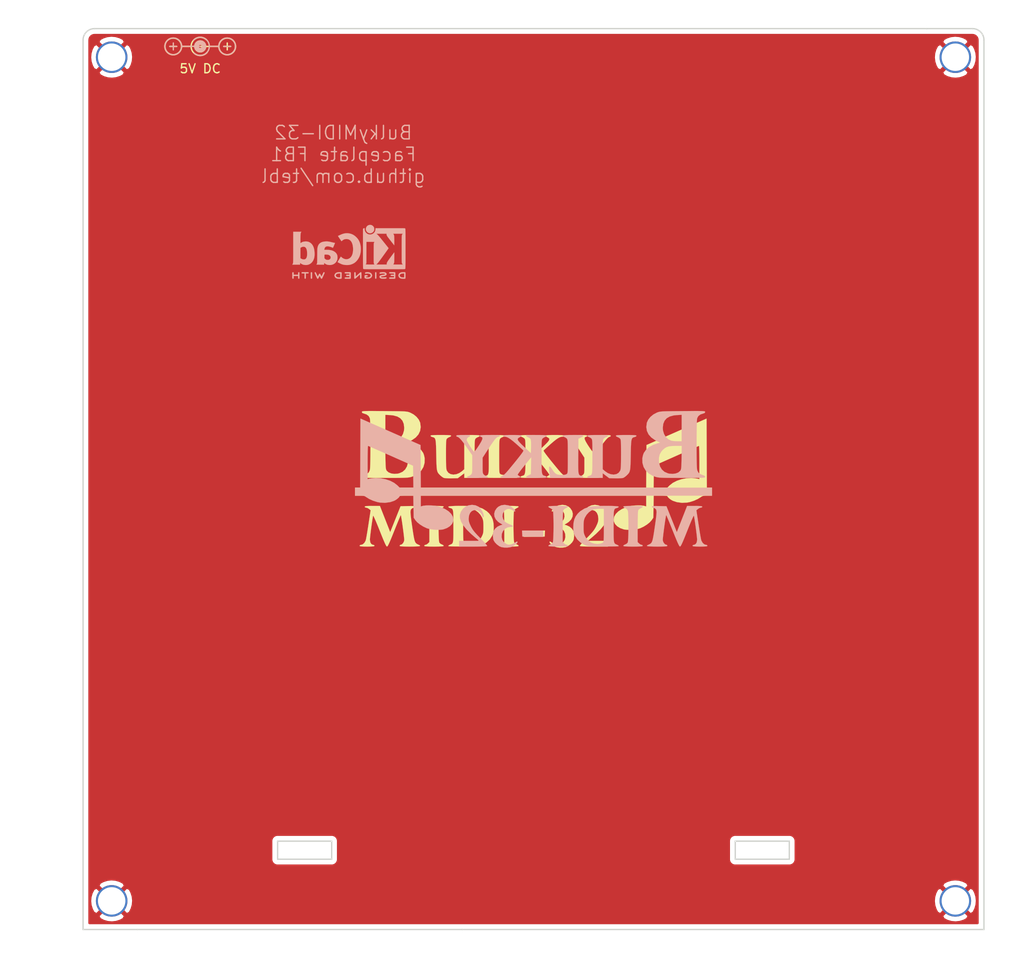
<source format=kicad_pcb>
(kicad_pcb (version 20171130) (host pcbnew "(5.1.8)-1")

  (general
    (thickness 1.6)
    (drawings 19)
    (tracks 0)
    (zones 0)
    (modules 8)
    (nets 2)
  )

  (page A4)
  (layers
    (0 F.Cu signal)
    (31 B.Cu signal)
    (32 B.Adhes user)
    (33 F.Adhes user)
    (34 B.Paste user)
    (35 F.Paste user)
    (36 B.SilkS user)
    (37 F.SilkS user)
    (38 B.Mask user)
    (39 F.Mask user)
    (40 Dwgs.User user)
    (41 Cmts.User user)
    (42 Eco1.User user)
    (43 Eco2.User user)
    (44 Edge.Cuts user)
    (45 Margin user)
    (46 B.CrtYd user)
    (47 F.CrtYd user)
    (48 B.Fab user)
    (49 F.Fab user)
  )

  (setup
    (last_trace_width 0.25)
    (user_trace_width 0.381)
    (trace_clearance 0.2)
    (zone_clearance 0.508)
    (zone_45_only no)
    (trace_min 0.2)
    (via_size 0.6)
    (via_drill 0.4)
    (via_min_size 0.4)
    (via_min_drill 0.3)
    (user_via 1 0.4)
    (uvia_size 0.3)
    (uvia_drill 0.1)
    (uvias_allowed no)
    (uvia_min_size 0.2)
    (uvia_min_drill 0.1)
    (edge_width 0.15)
    (segment_width 0.2)
    (pcb_text_width 0.3)
    (pcb_text_size 1.5 1.5)
    (mod_edge_width 0.15)
    (mod_text_size 1 1)
    (mod_text_width 0.15)
    (pad_size 1.524 1.524)
    (pad_drill 0.762)
    (pad_to_mask_clearance 0)
    (aux_axis_origin 0 0)
    (visible_elements 7FFFFFFF)
    (pcbplotparams
      (layerselection 0x011fc_ffffffff)
      (usegerberextensions true)
      (usegerberattributes false)
      (usegerberadvancedattributes false)
      (creategerberjobfile false)
      (excludeedgelayer true)
      (linewidth 0.100000)
      (plotframeref false)
      (viasonmask false)
      (mode 1)
      (useauxorigin false)
      (hpglpennumber 1)
      (hpglpenspeed 20)
      (hpglpendiameter 15.000000)
      (psnegative false)
      (psa4output false)
      (plotreference true)
      (plotvalue true)
      (plotinvisibletext false)
      (padsonsilk false)
      (subtractmaskfromsilk false)
      (outputformat 1)
      (mirror false)
      (drillshape 0)
      (scaleselection 1)
      (outputdirectory "export/"))
  )

  (net 0 "")
  (net 1 "Net-(M1-Pad1)")

  (net_class Default "This is the default net class."
    (clearance 0.2)
    (trace_width 0.25)
    (via_dia 0.6)
    (via_drill 0.4)
    (uvia_dia 0.3)
    (uvia_drill 0.1)
    (add_net "Net-(M1-Pad1)")
  )

  (net_class Power ""
    (clearance 0.381)
    (trace_width 0.381)
    (via_dia 1)
    (via_drill 0.4)
    (uvia_dia 0.3)
    (uvia_drill 0.1)
  )

  (module artwork:BulkyMIDI-32 locked (layer B.Cu) (tedit 0) (tstamp 6201EE61)
    (at 120.18 104.61 180)
    (fp_text reference G*** (at 0 0) (layer B.SilkS) hide
      (effects (font (size 1.524 1.524) (thickness 0.3)) (justify mirror))
    )
    (fp_text value LOGO (at 0.75 0) (layer B.SilkS) hide
      (effects (font (size 1.524 1.524) (thickness 0.3)) (justify mirror))
    )
    (fp_poly (pts (xy 8.13903 4.887112) (xy 8.360051 4.878329) (xy 8.492992 4.860721) (xy 8.55728 4.831861)
      (xy 8.5725 4.79425) (xy 8.524169 4.710008) (xy 8.482122 4.699) (xy 8.362249 4.659231)
      (xy 8.205901 4.535573) (xy 8.007133 4.321503) (xy 7.76 4.010497) (xy 7.458559 3.596033)
      (xy 7.396069 3.507073) (xy 6.7945 2.646762) (xy 6.7945 1.637995) (xy 6.795204 1.258666)
      (xy 6.799222 0.984999) (xy 6.809408 0.795658) (xy 6.828618 0.669307) (xy 6.859708 0.584609)
      (xy 6.905533 0.520227) (xy 6.950363 0.473364) (xy 7.093521 0.366085) (xy 7.228942 0.317723)
      (xy 7.236113 0.3175) (xy 7.341805 0.27847) (xy 7.366 0.22225) (xy 7.349923 0.187831)
      (xy 7.290853 0.162638) (xy 7.172527 0.145317) (xy 6.978686 0.134512) (xy 6.693068 0.128869)
      (xy 6.299412 0.127032) (xy 6.223 0.127) (xy 5.809967 0.12834) (xy 5.507654 0.133263)
      (xy 5.2998 0.143123) (xy 5.170142 0.159277) (xy 5.102421 0.183078) (xy 5.080375 0.215883)
      (xy 5.08 0.22225) (xy 5.133223 0.299758) (xy 5.209886 0.3175) (xy 5.34234 0.360555)
      (xy 5.487112 0.465025) (xy 5.495636 0.473364) (xy 5.558019 0.541527) (xy 5.601066 0.615232)
      (xy 5.628358 0.718031) (xy 5.643472 0.873478) (xy 5.649989 1.105125) (xy 5.651486 1.436524)
      (xy 5.6515 1.499033) (xy 5.6515 2.368838) (xy 4.97609 3.409122) (xy 4.698464 3.830512)
      (xy 4.474941 4.153643) (xy 4.295654 4.389967) (xy 4.150737 4.550939) (xy 4.030325 4.64801)
      (xy 3.92455 4.692634) (xy 3.864936 4.699) (xy 3.766771 4.741123) (xy 3.7465 4.79425)
      (xy 3.762747 4.829099) (xy 3.822471 4.854475) (xy 3.942142 4.87179) (xy 4.138232 4.882458)
      (xy 4.427212 4.887889) (xy 4.825554 4.889495) (xy 4.85775 4.8895) (xy 5.267062 4.887936)
      (xy 5.565396 4.882372) (xy 5.768741 4.871501) (xy 5.89309 4.854015) (xy 5.954434 4.828608)
      (xy 5.969 4.798667) (xy 5.914946 4.719972) (xy 5.826125 4.687542) (xy 5.710624 4.643326)
      (xy 5.666115 4.546787) (xy 5.695245 4.388134) (xy 5.800663 4.157575) (xy 5.985016 3.845317)
      (xy 6.103604 3.66159) (xy 6.295263 3.37579) (xy 6.432862 3.185714) (xy 6.5279 3.078313)
      (xy 6.591878 3.040542) (xy 6.635372 3.05834) (xy 6.753302 3.203994) (xy 6.898529 3.409727)
      (xy 7.053745 3.647431) (xy 7.201642 3.888998) (xy 7.32491 4.106321) (xy 7.406241 4.271292)
      (xy 7.4295 4.347929) (xy 7.382921 4.496786) (xy 7.272365 4.630058) (xy 7.141604 4.697629)
      (xy 7.122874 4.699001) (xy 7.056965 4.750251) (xy 7.0485 4.79425) (xy 7.067605 4.835317)
      (xy 7.137873 4.862944) (xy 7.278733 4.879562) (xy 7.509614 4.887598) (xy 7.8105 4.8895)
      (xy 8.13903 4.887112)) (layer B.SilkS) (width 0.01))
    (fp_poly (pts (xy 2.736097 4.887923) (xy 3.012875 4.882119) (xy 3.196983 4.87048) (xy 3.305575 4.851398)
      (xy 3.355804 4.823265) (xy 3.3655 4.79425) (xy 3.310186 4.717713) (xy 3.204639 4.699)
      (xy 3.064929 4.684486) (xy 2.912518 4.635613) (xy 2.736484 4.544382) (xy 2.525901 4.402796)
      (xy 2.269848 4.202858) (xy 1.957401 3.936571) (xy 1.577638 3.595937) (xy 1.119634 3.172958)
      (xy 1.11709 3.170586) (xy 1.12903 3.111063) (xy 1.212093 2.973323) (xy 1.368433 2.754558)
      (xy 1.600203 2.451957) (xy 1.909559 2.06271) (xy 2.298652 1.584007) (xy 2.769638 1.013038)
      (xy 2.78443 0.995207) (xy 3.037825 0.70707) (xy 3.258108 0.490735) (xy 3.429433 0.36135)
      (xy 3.467055 0.342524) (xy 3.611778 0.273715) (xy 3.671564 0.220515) (xy 3.639118 0.181167)
      (xy 3.507144 0.153914) (xy 3.268349 0.137001) (xy 2.915435 0.128671) (xy 2.57175 0.127)
      (xy 2.150252 0.129156) (xy 1.842163 0.136274) (xy 1.63395 0.149331) (xy 1.512085 0.169303)
      (xy 1.463037 0.197167) (xy 1.4605 0.207193) (xy 1.512024 0.292712) (xy 1.599267 0.350068)
      (xy 1.715539 0.423612) (xy 1.758416 0.477448) (xy 1.726594 0.544745) (xy 1.625865 0.693601)
      (xy 1.468257 0.907705) (xy 1.265799 1.170746) (xy 1.030518 1.466412) (xy 1.014653 1.486029)
      (xy 0.250508 2.429912) (xy 0.28575 0.53975) (xy 0.553323 0.41275) (xy 0.725768 0.323625)
      (xy 0.816917 0.254611) (xy 0.81945 0.203307) (xy 0.726045 0.16731) (xy 0.529382 0.144218)
      (xy 0.222139 0.131629) (xy -0.203005 0.12714) (xy -0.3175 0.127) (xy -0.733768 0.128533)
      (xy -1.038775 0.133956) (xy -1.248234 0.144509) (xy -1.377858 0.161434) (xy -1.443358 0.18597)
      (xy -1.4605 0.217205) (xy -1.405515 0.292536) (xy -1.272968 0.348588) (xy -1.270079 0.349233)
      (xy -1.166135 0.375651) (xy -1.083042 0.41319) (xy -1.018468 0.475153) (xy -0.970078 0.574843)
      (xy -0.935542 0.725562) (xy -0.912527 0.940612) (xy -0.898698 1.233296) (xy -0.891725 1.616915)
      (xy -0.889274 2.104773) (xy -0.889 2.52238) (xy -0.889391 3.058343) (xy -0.891172 3.481789)
      (xy -0.895259 3.807199) (xy -0.902567 4.049056) (xy -0.914011 4.22184) (xy -0.930506 4.340035)
      (xy -0.952966 4.418121) (xy -0.982307 4.47058) (xy -1.014385 4.506885) (xy -1.17054 4.618766)
      (xy -1.300135 4.672519) (xy -1.420051 4.732468) (xy -1.4605 4.801134) (xy -1.439639 4.833434)
      (xy -1.366759 4.857111) (xy -1.226421 4.873359) (xy -1.003184 4.883373) (xy -0.681605 4.888345)
      (xy -0.3175 4.8895) (xy 0.106913 4.887576) (xy 0.418537 4.881119) (xy 0.631534 4.869109)
      (xy 0.760067 4.850524) (xy 0.818298 4.82434) (xy 0.8255 4.807007) (xy 0.771497 4.733722)
      (xy 0.63813 4.65778) (xy 0.603292 4.644162) (xy 0.437092 4.558348) (xy 0.323435 4.454322)
      (xy 0.315524 4.441308) (xy 0.289339 4.326284) (xy 0.272068 4.112373) (xy 0.26527 3.827479)
      (xy 0.267856 3.589193) (xy 0.28575 2.859579) (xy 1.035192 3.565429) (xy 1.345859 3.863549)
      (xy 1.565964 4.092189) (xy 1.701605 4.264245) (xy 1.758882 4.392612) (xy 1.743893 4.490187)
      (xy 1.662737 4.569864) (xy 1.541249 4.6355) (xy 1.404467 4.719148) (xy 1.336481 4.80004)
      (xy 1.334874 4.810125) (xy 1.366088 4.84157) (xy 1.470038 4.864167) (xy 1.660301 4.878979)
      (xy 1.950458 4.88707) (xy 2.3495 4.8895) (xy 2.736097 4.887923)) (layer B.SilkS) (width 0.01))
    (fp_poly (pts (xy -3.963716 4.887888) (xy -3.657459 4.882253) (xy -3.447288 4.871404) (xy -3.317762 4.854145)
      (xy -3.253441 4.829284) (xy -3.2385 4.801134) (xy -3.292675 4.72146) (xy -3.398866 4.672519)
      (xy -3.569201 4.595152) (xy -3.684616 4.506885) (xy -3.720644 4.465094) (xy -3.749032 4.4104)
      (xy -3.770685 4.328369) (xy -3.786512 4.204563) (xy -3.797419 4.024548) (xy -3.804314 3.773888)
      (xy -3.808104 3.438148) (xy -3.809697 3.002891) (xy -3.81 2.511851) (xy -3.809806 1.976091)
      (xy -3.808541 1.553098) (xy -3.805185 1.22864) (xy -3.798719 0.988484) (xy -3.788121 0.818397)
      (xy -3.772372 0.704147) (xy -3.75045 0.631501) (xy -3.721336 0.586226) (xy -3.68401 0.55409)
      (xy -3.668871 0.543351) (xy -3.49875 0.478762) (xy -3.252004 0.448471) (xy -2.974368 0.452767)
      (xy -2.711578 0.491933) (xy -2.569791 0.536477) (xy -2.385607 0.658174) (xy -2.198944 0.877604)
      (xy -2.111456 1.009856) (xy -1.948978 1.250766) (xy -1.833339 1.37458) (xy -1.761377 1.380941)
      (xy -1.729925 1.269494) (xy -1.73582 1.039884) (xy -1.742319 0.968375) (xy -1.770025 0.712117)
      (xy -1.799272 0.476231) (xy -1.820284 0.333375) (xy -1.855634 0.127) (xy -3.690067 0.127)
      (xy -4.230679 0.127833) (xy -4.656964 0.130744) (xy -4.981589 0.136357) (xy -5.217221 0.145296)
      (xy -5.376524 0.158182) (xy -5.472164 0.175639) (xy -5.516808 0.198289) (xy -5.5245 0.217205)
      (xy -5.469636 0.293372) (xy -5.340585 0.347804) (xy -5.234537 0.372842) (xy -5.149746 0.40519)
      (xy -5.08397 0.458073) (xy -5.034967 0.544713) (xy -5.000496 0.678336) (xy -4.978314 0.872164)
      (xy -4.966181 1.139422) (xy -4.961853 1.493333) (xy -4.963091 1.947122) (xy -4.967651 2.514012)
      (xy -4.96793 2.546046) (xy -4.98475 4.47675) (xy -5.252324 4.60375) (xy -5.424769 4.692876)
      (xy -5.515918 4.76189) (xy -5.518451 4.813194) (xy -5.425046 4.849191) (xy -5.228383 4.872283)
      (xy -4.92114 4.884872) (xy -4.495996 4.889361) (xy -4.3815 4.8895) (xy -3.963716 4.887888)) (layer B.SilkS) (width 0.01))
    (fp_poly (pts (xy -17.498605 7.550458) (xy -16.939835 7.546588) (xy -16.557625 7.543618) (xy -15.929063 7.53849)
      (xy -15.413977 7.533453) (xy -14.998846 7.527698) (xy -14.67015 7.520414) (xy -14.414369 7.510793)
      (xy -14.217981 7.498025) (xy -14.067466 7.4813) (xy -13.949303 7.45981) (xy -13.849972 7.432744)
      (xy -13.755952 7.399293) (xy -13.686219 7.37171) (xy -13.308529 7.170945) (xy -12.982798 6.902956)
      (xy -12.733104 6.592462) (xy -12.583524 6.264185) (xy -12.574844 6.230686) (xy -12.521012 5.767746)
      (xy -12.587613 5.34079) (xy -12.771894 4.954913) (xy -13.071102 4.615211) (xy -13.482483 4.326778)
      (xy -13.650666 4.239738) (xy -14.06525 4.041391) (xy -13.7795 3.967775) (xy -13.272329 3.790973)
      (xy -12.835359 3.54511) (xy -12.486167 3.242431) (xy -12.243858 2.898179) (xy -12.163074 2.684349)
      (xy -12.100699 2.42059) (xy -12.081226 2.278463) (xy -12.093888 1.783217) (xy -12.221398 1.335321)
      (xy -12.457663 0.943369) (xy -12.79659 0.615957) (xy -13.232083 0.361679) (xy -13.516314 0.254293)
      (xy -13.624474 0.222387) (xy -13.736018 0.196285) (xy -13.864427 0.175408) (xy -14.023185 0.159178)
      (xy -14.225776 0.147016) (xy -14.485683 0.138346) (xy -14.816389 0.132588) (xy -15.231377 0.129164)
      (xy -15.74413 0.127497) (xy -16.368132 0.127008) (xy -16.484939 0.127) (xy -17.122984 0.127216)
      (xy -17.645535 0.128217) (xy -18.064097 0.130537) (xy -18.390175 0.134709) (xy -18.635275 0.141264)
      (xy -18.810902 0.150735) (xy -18.928562 0.163656) (xy -18.999761 0.180558) (xy -19.036002 0.201975)
      (xy -19.048793 0.228439) (xy -19.05 0.245748) (xy -19.008265 0.337541) (xy -18.869388 0.411593)
      (xy -18.768705 0.443253) (xy -18.476279 0.562406) (xy -18.283233 0.737915) (xy -18.167044 0.990523)
      (xy -18.164454 0.999712) (xy -18.147644 1.125262) (xy -18.13325 1.360884) (xy -18.12127 1.689673)
      (xy -18.111699 2.094724) (xy -18.104537 2.559132) (xy -18.099781 3.065991) (xy -18.097429 3.598397)
      (xy -18.097436 3.683) (xy -16.457789 3.683) (xy -16.43627 2.385779) (xy -16.428094 1.944254)
      (xy -16.418922 1.611129) (xy -16.406809 1.367808) (xy -16.389808 1.195695) (xy -16.365975 1.076195)
      (xy -16.333362 0.990711) (xy -16.290026 0.920647) (xy -16.281803 0.909404) (xy -16.078636 0.73445)
      (xy -15.791 0.620271) (xy -15.449019 0.572892) (xy -15.082817 0.598339) (xy -14.915031 0.636019)
      (xy -14.538606 0.800138) (xy -14.246885 1.057009) (xy -14.043977 1.40123) (xy -13.933994 1.827399)
      (xy -13.921908 1.940945) (xy -13.922642 2.379761) (xy -14.008545 2.743799) (xy -14.18835 3.059704)
      (xy -14.347763 3.240044) (xy -14.55243 3.419713) (xy -14.764263 3.545206) (xy -15.011653 3.625131)
      (xy -15.32299 3.668098) (xy -15.726668 3.682715) (xy -15.808637 3.683) (xy -16.457789 3.683)
      (xy -18.097436 3.683) (xy -18.097478 4.139446) (xy -18.097714 4.191) (xy -16.4465 4.191)
      (xy -15.986125 4.191355) (xy -15.715571 4.201127) (xy -15.459263 4.226319) (xy -15.283131 4.25908)
      (xy -14.957821 4.412358) (xy -14.689253 4.664747) (xy -14.490694 4.996031) (xy -14.37541 5.385994)
      (xy -14.351355 5.678901) (xy -14.399779 6.116514) (xy -14.544448 6.472804) (xy -14.786421 6.74875)
      (xy -15.126761 6.945329) (xy -15.566526 7.06352) (xy -15.889746 7.097871) (xy -16.4465 7.129616)
      (xy -16.4465 4.191) (xy -18.097714 4.191) (xy -18.099926 4.67223) (xy -18.10477 5.179847)
      (xy -18.112009 5.64539) (xy -18.121639 6.051955) (xy -18.133659 6.382637) (xy -18.148066 6.62053)
      (xy -18.164858 6.74873) (xy -18.165251 6.750179) (xy -18.295136 6.989741) (xy -18.526464 7.16983)
      (xy -18.842474 7.277415) (xy -18.843625 7.277633) (xy -18.99816 7.332706) (xy -19.049675 7.428702)
      (xy -19.05 7.43996) (xy -19.046437 7.470992) (xy -19.02795 7.4962) (xy -18.982849 7.516071)
      (xy -18.899443 7.531092) (xy -18.766038 7.541749) (xy -18.570944 7.548528) (xy -18.302468 7.551915)
      (xy -17.948919 7.552396) (xy -17.498605 7.550458)) (layer B.SilkS) (width 0.01))
    (fp_poly (pts (xy -6.694216 4.887888) (xy -6.387959 4.882253) (xy -6.177788 4.871404) (xy -6.048262 4.854145)
      (xy -5.983941 4.829284) (xy -5.969 4.801134) (xy -6.023175 4.72146) (xy -6.129366 4.672519)
      (xy -6.299701 4.595152) (xy -6.415116 4.506885) (xy -6.450925 4.465377) (xy -6.47919 4.411057)
      (xy -6.500801 4.329599) (xy -6.516646 4.206678) (xy -6.527615 4.027969) (xy -6.534595 3.779145)
      (xy -6.538477 3.445881) (xy -6.540149 3.013852) (xy -6.5405 2.486342) (xy -6.540337 1.924371)
      (xy -6.538174 1.475864) (xy -6.531498 1.127285) (xy -6.517799 0.8651) (xy -6.494565 0.675773)
      (xy -6.459286 0.545768) (xy -6.40945 0.461552) (xy -6.342544 0.409588) (xy -6.256059 0.37634)
      (xy -6.147483 0.348275) (xy -6.143625 0.347314) (xy -6.017186 0.288187) (xy -5.969 0.215367)
      (xy -5.992203 0.178685) (xy -6.073385 0.153298) (xy -6.229913 0.137415) (xy -6.47915 0.129246)
      (xy -6.82625 0.127) (xy -7.6835 0.127) (xy -7.6835 0.639115) (xy -8.043425 0.367183)
      (xy -8.40335 0.09525) (xy -9.10705 0.080703) (xy -9.409513 0.080544) (xy -9.678665 0.091463)
      (xy -9.880745 0.111458) (xy -9.9695 0.131823) (xy -10.114663 0.217093) (xy -10.286142 0.351136)
      (xy -10.340043 0.400371) (xy -10.460306 0.51825) (xy -10.555377 0.626206) (xy -10.62854 0.740669)
      (xy -10.683079 0.878068) (xy -10.722278 1.054831) (xy -10.749422 1.287389) (xy -10.767795 1.59217)
      (xy -10.780682 1.985604) (xy -10.791365 2.48412) (xy -10.795 2.676255) (xy -10.805908 3.217276)
      (xy -10.818153 3.645364) (xy -10.834916 3.974571) (xy -10.859379 4.218951) (xy -10.894725 4.392556)
      (xy -10.944133 4.509439) (xy -11.010787 4.583654) (xy -11.097866 4.629253) (xy -11.208554 4.66029)
      (xy -11.246085 4.668697) (xy -11.37681 4.724318) (xy -11.43 4.799296) (xy -11.410587 4.832147)
      (xy -11.341872 4.856218) (xy -11.208142 4.872749) (xy -10.993686 4.882978) (xy -10.682792 4.888148)
      (xy -10.287 4.8895) (xy -9.869216 4.887888) (xy -9.562959 4.882253) (xy -9.352788 4.871404)
      (xy -9.223262 4.854145) (xy -9.158941 4.829284) (xy -9.144 4.801134) (xy -9.198175 4.72146)
      (xy -9.304366 4.672519) (xy -9.474701 4.595152) (xy -9.590116 4.506885) (xy -9.628486 4.462041)
      (xy -9.658132 4.403298) (xy -9.680172 4.315021) (xy -9.695727 4.181578) (xy -9.705916 3.987334)
      (xy -9.711858 3.716656) (xy -9.714673 3.35391) (xy -9.715481 2.883463) (xy -9.7155 2.755972)
      (xy -9.714407 2.241896) (xy -9.710524 1.838741) (xy -9.702947 1.530446) (xy -9.690773 1.300946)
      (xy -9.673096 1.134178) (xy -9.649013 1.014079) (xy -9.617619 0.924584) (xy -9.611688 0.911675)
      (xy -9.440626 0.684686) (xy -9.198359 0.545325) (xy -8.905885 0.493892) (xy -8.584209 0.530682)
      (xy -8.25433 0.655995) (xy -7.937251 0.870129) (xy -7.917007 0.887635) (xy -7.6835 1.092657)
      (xy -7.6835 2.737079) (xy -7.683989 3.238189) (xy -7.686189 3.627831) (xy -7.691201 3.921536)
      (xy -7.700124 4.134832) (xy -7.714059 4.283252) (xy -7.734107 4.382324) (xy -7.761366 4.44758)
      (xy -7.796939 4.494549) (xy -7.808885 4.506885) (xy -7.96504 4.618766) (xy -8.094635 4.672519)
      (xy -8.214551 4.732468) (xy -8.255 4.801134) (xy -8.234139 4.833434) (xy -8.161259 4.857111)
      (xy -8.020921 4.873359) (xy -7.797684 4.883373) (xy -7.476105 4.888345) (xy -7.112 4.8895)
      (xy -6.694216 4.887888)) (layer B.SilkS) (width 0.01))
    (fp_poly (pts (xy 19.225116 2.880962) (xy 19.241483 -0.9525) (xy 19.812 -0.9525) (xy 19.812 -1.8415)
      (xy 19.299763 -1.8415) (xy 19.029429 -1.846526) (xy 18.847433 -1.867169) (xy 18.715319 -1.911776)
      (xy 18.594632 -1.988694) (xy 18.583762 -1.996918) (xy 18.236292 -2.213871) (xy 17.813414 -2.404496)
      (xy 17.366602 -2.547991) (xy 17.069343 -2.608933) (xy 16.480995 -2.639883) (xy 15.909634 -2.561499)
      (xy 15.479688 -2.419788) (xy 15.288561 -2.316519) (xy 15.101166 -2.181975) (xy 14.949658 -2.043275)
      (xy 14.866197 -1.927539) (xy 14.859 -1.89634) (xy 14.799607 -1.875121) (xy 14.637829 -1.857722)
      (xy 14.398263 -1.845922) (xy 14.105507 -1.841501) (xy 14.100773 -1.8415) (xy 13.342547 -1.8415)
      (xy 13.322898 -3.063875) (xy 13.30325 -4.28625) (xy 13.119735 -4.556807) (xy 12.907433 -4.797064)
      (xy 12.604957 -5.042059) (xy 12.245923 -5.268152) (xy 11.863944 -5.451701) (xy 11.825956 -5.466737)
      (xy 11.539542 -5.546201) (xy 11.176021 -5.602402) (xy 10.781807 -5.632293) (xy 10.403315 -5.632828)
      (xy 10.086958 -5.60096) (xy 10.015061 -5.585622) (xy 9.611986 -5.441917) (xy 9.284945 -5.237694)
      (xy 9.047815 -4.986225) (xy 8.914471 -4.70078) (xy 8.89 -4.509613) (xy 8.951692 -4.18186)
      (xy 9.130207 -3.871743) (xy 9.415704 -3.587672) (xy 9.79834 -3.33806) (xy 10.268276 -3.131317)
      (xy 10.633716 -3.019242) (xy 10.911069 -2.968022) (xy 11.250529 -2.935572) (xy 11.609802 -2.922886)
      (xy 11.946596 -2.930955) (xy 12.218615 -2.960771) (xy 12.303544 -2.980067) (xy 12.5095 -3.039134)
      (xy 12.5095 -1.8415) (xy -19.812 -1.8415) (xy -19.812 -0.9525) (xy 12.507954 -0.9525)
      (xy 13.332257 -0.9525) (xy 14.859 -0.9525) (xy 15.106794 -0.704705) (xy 15.465315 -0.423141)
      (xy 15.914584 -0.191299) (xy 16.424864 -0.018749) (xy 16.966418 0.084937) (xy 17.509507 0.110188)
      (xy 17.62125 0.104611) (xy 17.881423 0.082901) (xy 18.107246 0.05695) (xy 18.25638 0.031766)
      (xy 18.272125 0.027609) (xy 18.415 -0.014812) (xy 18.415 1.834094) (xy 18.413432 2.303801)
      (xy 18.409 2.729406) (xy 18.402108 3.09518) (xy 18.393164 3.385395) (xy 18.382571 3.584322)
      (xy 18.370736 3.676235) (xy 18.367375 3.680663) (xy 18.301046 3.655165) (xy 18.130926 3.583241)
      (xy 17.869202 3.470218) (xy 17.52806 3.321421) (xy 17.119687 3.142177) (xy 16.656269 2.937813)
      (xy 16.149992 2.713654) (xy 15.84325 2.577441) (xy 13.36675 1.476558) (xy 13.349503 0.262029)
      (xy 13.332257 -0.9525) (xy 12.507954 -0.9525) (xy 12.54125 3.777568) (xy 19.20875 6.714424)
      (xy 19.225116 2.880962)) (layer B.SilkS) (width 0.01))
    (fp_poly (pts (xy 1.23825 -6.38175) (xy -1.0795 -6.416364) (xy -1.0795 -5.715) (xy 1.276636 -5.715)
      (xy 1.23825 -6.38175)) (layer B.SilkS) (width 0.01))
    (fp_poly (pts (xy 7.203418 -2.917091) (xy 7.556012 -3.070997) (xy 7.834796 -3.302111) (xy 8.059858 -3.624677)
      (xy 8.169053 -3.96806) (xy 8.16147 -4.334508) (xy 8.036202 -4.726269) (xy 7.79234 -5.145592)
      (xy 7.428974 -5.594724) (xy 6.945195 -6.075915) (xy 6.586731 -6.389369) (xy 6.028184 -6.858)
      (xy 8.255 -6.858) (xy 8.255 -7.493) (xy 6.69925 -7.493) (xy 6.191329 -7.491552)
      (xy 5.798679 -7.486812) (xy 5.5096 -7.478183) (xy 5.312392 -7.465067) (xy 5.195354 -7.446867)
      (xy 5.146787 -7.422986) (xy 5.143791 -7.413625) (xy 5.18655 -7.344533) (xy 5.304965 -7.20216)
      (xy 5.484543 -7.002677) (xy 5.710791 -6.762256) (xy 5.926298 -6.5405) (xy 6.236491 -6.220693)
      (xy 6.471183 -5.964566) (xy 6.648235 -5.749705) (xy 6.78551 -5.553696) (xy 6.900872 -5.354126)
      (xy 6.95259 -5.25275) (xy 7.083453 -4.968832) (xy 7.158812 -4.746222) (xy 7.191646 -4.539272)
      (xy 7.196338 -4.3955) (xy 7.152988 -4.03276) (xy 7.030727 -3.746436) (xy 6.84017 -3.548059)
      (xy 6.591929 -3.449162) (xy 6.330165 -3.454325) (xy 6.120352 -3.545244) (xy 5.912981 -3.717206)
      (xy 5.74875 -3.930154) (xy 5.677283 -4.096914) (xy 5.620141 -4.22878) (xy 5.56197 -4.239394)
      (xy 5.526905 -4.131985) (xy 5.5245 -4.076467) (xy 5.569611 -3.841821) (xy 5.687642 -3.573034)
      (xy 5.852637 -3.315671) (xy 6.03864 -3.115296) (xy 6.096911 -3.071609) (xy 6.44455 -2.913508)
      (xy 6.823158 -2.863298) (xy 7.203418 -2.917091)) (layer B.SilkS) (width 0.01))
    (fp_poly (pts (xy -2.319219 -2.986575) (xy -2.020415 -2.993537) (xy -1.819624 -3.006492) (xy -1.702379 -3.026546)
      (xy -1.654215 -3.054803) (xy -1.651 -3.066993) (xy -1.704941 -3.140805) (xy -1.837741 -3.216218)
      (xy -1.867782 -3.227876) (xy -2.061614 -3.347079) (xy -2.153532 -3.504108) (xy -2.177354 -3.637512)
      (xy -2.196244 -3.872381) (xy -2.210274 -4.187148) (xy -2.219519 -4.560248) (xy -2.224052 -4.970114)
      (xy -2.223948 -5.395182) (xy -2.219281 -5.813885) (xy -2.210125 -6.204656) (xy -2.196553 -6.545931)
      (xy -2.17864 -6.816143) (xy -2.156459 -6.993727) (xy -2.141384 -7.046354) (xy -2.021068 -7.178226)
      (xy -1.85657 -7.261915) (xy -1.717322 -7.324743) (xy -1.651743 -7.3994) (xy -1.651 -7.406935)
      (xy -1.674332 -7.439378) (xy -1.754582 -7.462925) (xy -1.907133 -7.478803) (xy -2.147366 -7.488239)
      (xy -2.490664 -7.492458) (xy -2.7305 -7.493) (xy -3.130501 -7.49155) (xy -3.420215 -7.486219)
      (xy -3.616331 -7.475535) (xy -3.735539 -7.458025) (xy -3.794529 -7.432216) (xy -3.81 -7.39775)
      (xy -3.756777 -7.320242) (xy -3.680114 -7.3025) (xy -3.54766 -7.259445) (xy -3.402888 -7.154975)
      (xy -3.394364 -7.146636) (xy -3.2385 -6.990772) (xy -3.2385 -5.30927) (xy -3.240708 -4.851781)
      (xy -3.246926 -4.429615) (xy -3.256548 -4.061416) (xy -3.268966 -3.765832) (xy -3.283573 -3.561507)
      (xy -3.298367 -3.470308) (xy -3.412459 -3.325966) (xy -3.584117 -3.231167) (xy -3.73032 -3.158563)
      (xy -3.806763 -3.082079) (xy -3.81 -3.066993) (xy -3.782845 -3.035564) (xy -3.691735 -3.01273)
      (xy -3.522205 -2.997385) (xy -3.259788 -2.988426) (xy -2.89002 -2.984745) (xy -2.7305 -2.9845)
      (xy -2.319219 -2.986575)) (layer B.SilkS) (width 0.01))
    (fp_poly (pts (xy -7.505535 -2.982695) (xy -7.121606 -2.994923) (xy -6.771974 -3.013263) (xy -6.476779 -3.037658)
      (xy -6.256163 -3.068055) (xy -6.193471 -3.081839) (xy -5.646244 -3.282175) (xy -5.183178 -3.575405)
      (xy -4.919481 -3.82538) (xy -4.682472 -4.141005) (xy -4.52602 -4.48368) (xy -4.440399 -4.883158)
      (xy -4.415863 -5.36575) (xy -4.423027 -5.667551) (xy -4.447065 -5.888577) (xy -4.496693 -6.074793)
      (xy -4.580629 -6.272162) (xy -4.592437 -6.296746) (xy -4.862885 -6.711541) (xy -5.236344 -7.055308)
      (xy -5.64388 -7.293917) (xy -5.752573 -7.34359) (xy -5.85297 -7.382495) (xy -5.962049 -7.412153)
      (xy -6.096791 -7.434084) (xy -6.274175 -7.449809) (xy -6.511181 -7.46085) (xy -6.824788 -7.468726)
      (xy -7.231977 -7.474958) (xy -7.731125 -7.480857) (xy -8.303419 -7.485421) (xy -8.754435 -7.484622)
      (xy -9.089789 -7.478299) (xy -9.315098 -7.466293) (xy -9.435975 -7.448444) (xy -9.4615 -7.43166)
      (xy -9.408592 -7.362311) (xy -9.286992 -7.296508) (xy -9.174329 -7.253307) (xy -9.085273 -7.20947)
      (xy -9.017051 -7.150627) (xy -8.966892 -7.062407) (xy -8.932021 -6.93044) (xy -8.909668 -6.740356)
      (xy -8.89706 -6.477783) (xy -8.891424 -6.128351) (xy -8.889988 -5.67769) (xy -8.89 -5.23875)
      (xy -8.890242 -4.692976) (xy -8.892778 -4.260262) (xy -8.90033 -3.926668) (xy -8.915618 -3.678252)
      (xy -8.941361 -3.501077) (xy -8.98028 -3.381201) (xy -9.035094 -3.304685) (xy -9.03928 -3.302)
      (xy -7.8105 -3.302) (xy -7.8105 -5.135724) (xy -7.809724 -5.675878) (xy -7.806924 -6.102766)
      (xy -7.801394 -6.430117) (xy -7.792428 -6.671659) (xy -7.779318 -6.84112) (xy -7.761359 -6.952227)
      (xy -7.737845 -7.01871) (xy -7.711923 -7.051261) (xy -7.565697 -7.12427) (xy -7.352841 -7.180532)
      (xy -7.133672 -7.206969) (xy -7.01675 -7.202017) (xy -6.866679 -7.178813) (xy -6.675333 -7.148634)
      (xy -6.663167 -7.146696) (xy -6.360291 -7.038965) (xy -6.07409 -6.827195) (xy -5.831303 -6.533949)
      (xy -5.733972 -6.362659) (xy -5.654112 -6.188814) (xy -5.602439 -6.034138) (xy -5.572924 -5.862658)
      (xy -5.55954 -5.638406) (xy -5.556258 -5.325409) (xy -5.55625 -5.30225) (xy -5.560098 -4.971479)
      (xy -5.575157 -4.731614) (xy -5.606702 -4.546703) (xy -5.660008 -4.38079) (xy -5.707974 -4.267982)
      (xy -5.898311 -3.954644) (xy -6.156877 -3.676375) (xy -6.448646 -3.466131) (xy -6.655235 -3.376677)
      (xy -6.850082 -3.338025) (xy -7.111893 -3.311042) (xy -7.357493 -3.302) (xy -7.8105 -3.302)
      (xy -9.03928 -3.302) (xy -9.108524 -3.257588) (xy -9.203291 -3.225971) (xy -9.286875 -3.204813)
      (xy -9.413315 -3.145686) (xy -9.4615 -3.072866) (xy -9.401442 -3.040765) (xy -9.234693 -3.015163)
      (xy -8.981396 -2.996004) (xy -8.661691 -2.983233) (xy -8.295718 -2.976795) (xy -7.903619 -2.976634)
      (xy -7.505535 -2.982695)) (layer B.SilkS) (width 0.01))
    (fp_poly (pts (xy -10.637719 -2.986575) (xy -10.338915 -2.993537) (xy -10.138124 -3.006492) (xy -10.020879 -3.026546)
      (xy -9.972715 -3.054803) (xy -9.9695 -3.066993) (xy -10.023441 -3.140805) (xy -10.156241 -3.216218)
      (xy -10.186282 -3.227876) (xy -10.380114 -3.347079) (xy -10.472032 -3.504108) (xy -10.495854 -3.637512)
      (xy -10.514744 -3.872381) (xy -10.528774 -4.187148) (xy -10.538019 -4.560248) (xy -10.542552 -4.970114)
      (xy -10.542448 -5.395182) (xy -10.537781 -5.813885) (xy -10.528625 -6.204656) (xy -10.515053 -6.545931)
      (xy -10.49714 -6.816143) (xy -10.474959 -6.993727) (xy -10.459884 -7.046354) (xy -10.339568 -7.178226)
      (xy -10.17507 -7.261915) (xy -10.035822 -7.324743) (xy -9.970243 -7.3994) (xy -9.9695 -7.406935)
      (xy -9.992832 -7.439378) (xy -10.073082 -7.462925) (xy -10.225633 -7.478803) (xy -10.465866 -7.488239)
      (xy -10.809164 -7.492458) (xy -11.049 -7.493) (xy -11.449001 -7.49155) (xy -11.738715 -7.486219)
      (xy -11.934831 -7.475535) (xy -12.054039 -7.458025) (xy -12.113029 -7.432216) (xy -12.1285 -7.39775)
      (xy -12.075277 -7.320242) (xy -11.998614 -7.3025) (xy -11.86616 -7.259445) (xy -11.721388 -7.154975)
      (xy -11.712864 -7.146636) (xy -11.557 -6.990772) (xy -11.557 -5.30927) (xy -11.559208 -4.851781)
      (xy -11.565426 -4.429615) (xy -11.575048 -4.061416) (xy -11.587466 -3.765832) (xy -11.602073 -3.561507)
      (xy -11.616867 -3.470308) (xy -11.730959 -3.325966) (xy -11.902617 -3.231167) (xy -12.04882 -3.158563)
      (xy -12.125263 -3.082079) (xy -12.1285 -3.066993) (xy -12.101345 -3.035564) (xy -12.010235 -3.01273)
      (xy -11.840705 -2.997385) (xy -11.578288 -2.988426) (xy -11.20852 -2.984745) (xy -11.049 -2.9845)
      (xy -10.637719 -2.986575)) (layer B.SilkS) (width 0.01))
    (fp_poly (pts (xy -16.478224 -4.43803) (xy -15.907444 -5.891561) (xy -15.332368 -4.453905) (xy -14.757291 -3.01625)
      (xy -13.950896 -2.998477) (xy -13.613578 -2.992998) (xy -13.383728 -2.995355) (xy -13.241953 -3.007456)
      (xy -13.168859 -3.031211) (xy -13.145054 -3.068529) (xy -13.1445 -3.077852) (xy -13.196932 -3.158029)
      (xy -13.264466 -3.175) (xy -13.401424 -3.213581) (xy -13.527022 -3.290463) (xy -13.583673 -3.347136)
      (xy -13.624447 -3.422024) (xy -13.648783 -3.528882) (xy -13.65612 -3.681464) (xy -13.645899 -3.893526)
      (xy -13.61756 -4.178822) (xy -13.570541 -4.551106) (xy -13.504284 -5.024133) (xy -13.437888 -5.478647)
      (xy -13.363575 -5.973892) (xy -13.300684 -6.359238) (xy -13.243394 -6.650611) (xy -13.185884 -6.863934)
      (xy -13.122334 -7.015135) (xy -13.046923 -7.120137) (xy -12.953831 -7.194867) (xy -12.837237 -7.255248)
      (xy -12.779375 -7.280366) (xy -12.639787 -7.347799) (xy -12.583328 -7.40003) (xy -12.617522 -7.438766)
      (xy -12.74989 -7.465715) (xy -12.987953 -7.482584) (xy -13.339233 -7.491081) (xy -13.716 -7.493)
      (xy -14.129033 -7.49166) (xy -14.431346 -7.486737) (xy -14.6392 -7.476877) (xy -14.768858 -7.460723)
      (xy -14.836579 -7.436922) (xy -14.858625 -7.404117) (xy -14.859 -7.39775) (xy -14.807943 -7.314253)
      (xy -14.760864 -7.3025) (xy -14.607631 -7.245717) (xy -14.469437 -7.100822) (xy -14.37471 -6.905995)
      (xy -14.34929 -6.749761) (xy -14.356952 -6.612063) (xy -14.379139 -6.386247) (xy -14.412819 -6.094227)
      (xy -14.454959 -5.757917) (xy -14.502528 -5.39923) (xy -14.552492 -5.040081) (xy -14.601819 -4.702382)
      (xy -14.647476 -4.408048) (xy -14.68643 -4.178992) (xy -14.715649 -4.037128) (xy -14.729673 -4.001098)
      (xy -14.760808 -4.05792) (xy -14.832356 -4.218367) (xy -14.938245 -4.467874) (xy -15.072401 -4.791879)
      (xy -15.228751 -5.175819) (xy -15.401223 -5.605132) (xy -15.457885 -5.747348) (xy -15.66842 -6.272678)
      (xy -15.839373 -6.689114) (xy -15.975423 -7.006803) (xy -16.08125 -7.235888) (xy -16.161532 -7.386515)
      (xy -16.220948 -7.468829) (xy -16.262985 -7.493) (xy -16.306393 -7.467309) (xy -16.365948 -7.383478)
      (xy -16.4463 -7.231366) (xy -16.5521 -7.000831) (xy -16.688 -6.681734) (xy -16.858652 -6.263933)
      (xy -17.068706 -5.737289) (xy -17.071244 -5.730875) (xy -17.246671 -5.29327) (xy -17.408096 -4.901507)
      (xy -17.549601 -4.569091) (xy -17.665266 -4.309527) (xy -17.749172 -4.136322) (xy -17.7954 -4.06298)
      (xy -17.80182 -4.064) (xy -17.829275 -4.182547) (xy -17.867674 -4.40199) (xy -17.913609 -4.697037)
      (xy -17.963675 -5.042397) (xy -18.014466 -5.412779) (xy -18.062576 -5.78289) (xy -18.104598 -6.12744)
      (xy -18.137128 -6.421138) (xy -18.156757 -6.638691) (xy -18.161001 -6.731101) (xy -18.123061 -7.006439)
      (xy -18.016207 -7.199659) (xy -17.850885 -7.295096) (xy -17.78 -7.3025) (xy -17.676572 -7.342204)
      (xy -17.653 -7.39775) (xy -17.671398 -7.437419) (xy -17.739113 -7.464608) (xy -17.874932 -7.481485)
      (xy -18.09764 -7.490215) (xy -18.426023 -7.492968) (xy -18.4785 -7.493) (xy -18.822305 -7.490877)
      (xy -19.057945 -7.483063) (xy -19.204204 -7.467392) (xy -19.279869 -7.441695) (xy -19.303725 -7.403805)
      (xy -19.304 -7.39775) (xy -19.248646 -7.321238) (xy -19.142364 -7.3025) (xy -18.952538 -7.243777)
      (xy -18.778092 -7.085764) (xy -18.64543 -6.855688) (xy -18.611455 -6.754985) (xy -18.582762 -6.623259)
      (xy -18.53905 -6.386891) (xy -18.483881 -6.066876) (xy -18.42082 -5.684204) (xy -18.353431 -5.259868)
      (xy -18.31165 -4.989067) (xy -18.07984 -3.469384) (xy -18.250961 -3.322192) (xy -18.411711 -3.220837)
      (xy -18.568886 -3.175202) (xy -18.577291 -3.175) (xy -18.702315 -3.141243) (xy -18.7325 -3.07975)
      (xy -18.714266 -3.040413) (xy -18.647144 -3.013335) (xy -18.512504 -2.996406) (xy -18.291717 -2.987518)
      (xy -17.966152 -2.984564) (xy -17.890752 -2.9845) (xy -17.049003 -2.9845) (xy -16.478224 -4.43803)) (layer B.SilkS) (width 0.01))
    (fp_poly (pts (xy 3.577374 -2.909431) (xy 3.905373 -3.07234) (xy 4.084865 -3.234814) (xy 4.28365 -3.536571)
      (xy 4.364074 -3.856402) (xy 4.329643 -4.176629) (xy 4.183861 -4.479579) (xy 3.930232 -4.747575)
      (xy 3.761777 -4.864322) (xy 3.434001 -5.061395) (xy 3.682638 -5.135889) (xy 3.983532 -5.275814)
      (xy 4.24039 -5.487677) (xy 4.413265 -5.737882) (xy 4.421884 -5.75762) (xy 4.487799 -6.021574)
      (xy 4.504666 -6.338286) (xy 4.472418 -6.644241) (xy 4.422957 -6.812414) (xy 4.282028 -7.035016)
      (xy 4.063872 -7.258181) (xy 3.812207 -7.443721) (xy 3.576369 -7.55192) (xy 3.275574 -7.603898)
      (xy 2.941768 -7.612884) (xy 2.628676 -7.580363) (xy 2.415811 -7.519836) (xy 2.195845 -7.405466)
      (xy 1.996496 -7.269328) (xy 1.847714 -7.135197) (xy 1.779449 -7.026849) (xy 1.778 -7.013518)
      (xy 1.793721 -6.937537) (xy 1.855851 -6.937633) (xy 1.986844 -7.016738) (xy 2.028895 -7.046289)
      (xy 2.203494 -7.142126) (xy 2.423964 -7.228086) (xy 2.488417 -7.247109) (xy 2.685894 -7.2883)
      (xy 2.835369 -7.27688) (xy 3.006989 -7.206826) (xy 3.017371 -7.201695) (xy 3.29414 -7.008959)
      (xy 3.464706 -6.751886) (xy 3.537268 -6.434105) (xy 3.512752 -6.075561) (xy 3.383011 -5.766072)
      (xy 3.163576 -5.5237) (xy 2.869976 -5.366505) (xy 2.573578 -5.313346) (xy 2.397996 -5.292429)
      (xy 2.297245 -5.2521) (xy 2.286001 -5.231383) (xy 2.340979 -5.174178) (xy 2.484043 -5.096356)
      (xy 2.653764 -5.026423) (xy 2.887007 -4.921159) (xy 3.097196 -4.792474) (xy 3.198602 -4.707504)
      (xy 3.372462 -4.44515) (xy 3.443532 -4.149733) (xy 3.412318 -3.852845) (xy 3.279324 -3.586079)
      (xy 3.178958 -3.477538) (xy 2.935742 -3.332177) (xy 2.673042 -3.311981) (xy 2.393145 -3.416996)
      (xy 2.323791 -3.46075) (xy 2.158027 -3.569573) (xy 2.070733 -3.610593) (xy 2.03705 -3.589849)
      (xy 2.032 -3.531639) (xy 2.082936 -3.42234) (xy 2.214171 -3.280858) (xy 2.393348 -3.133635)
      (xy 2.588108 -3.007115) (xy 2.766091 -2.927742) (xy 2.77363 -2.925579) (xy 3.198045 -2.86002)
      (xy 3.577374 -2.909431)) (layer B.SilkS) (width 0.01))
  )

  (module BulkyMIDI-32:PWR_Specification locked (layer F.Cu) (tedit 61EDF347) (tstamp 6201EBE7)
    (at 83.185 56.515)
    (descr "Barrel connector polarity indicator")
    (tags "barrel polarity")
    (attr virtual)
    (fp_text reference REF** (at 0 -2) (layer F.SilkS) hide
      (effects (font (size 1 1) (thickness 0.15)))
    )
    (fp_text value PWR_Spec (at 0 2) (layer F.Fab)
      (effects (font (size 1 1) (thickness 0.15)))
    )
    (fp_line (start 1.0685 0.0635) (end 1.9685 0.0635) (layer B.SilkS) (width 0.15))
    (fp_circle (center 0 0.0635) (end 0.175 0.0635) (layer B.SilkS) (width 0.5))
    (fp_line (start 0 0.0635) (end -2 0.0635) (layer B.SilkS) (width 0.15))
    (fp_circle (center 2.9845 0.0635) (end 3.9095 0.0635) (layer B.SilkS) (width 0.15))
    (fp_circle (center -2.9845 0.0635) (end -2.0595 0.0635) (layer B.SilkS) (width 0.15))
    (fp_line (start 0 0.075) (end 2 0.075) (layer F.SilkS) (width 0.15))
    (fp_line (start -2 0.075) (end -1.1 0.075) (layer F.SilkS) (width 0.15))
    (fp_circle (center -3 0.075) (end -3 1) (layer F.SilkS) (width 0.15))
    (fp_circle (center 3 0.075) (end 3 1) (layer F.SilkS) (width 0.15))
    (fp_circle (center 0 0.075) (end 0 0.25) (layer F.SilkS) (width 0.5))
    (fp_arc (start 0 0.0635) (end -0.75 -0.6115) (angle 270) (layer B.SilkS) (width 0.15))
    (fp_text user + (at -2.9845 0) (layer B.SilkS)
      (effects (font (size 1 1) (thickness 0.15)))
    )
    (fp_text user - (at 2.9845 0) (layer B.SilkS)
      (effects (font (size 1 1) (thickness 0.15)))
    )
    (fp_text user - (at -3 0) (layer F.SilkS)
      (effects (font (size 1 1) (thickness 0.15)))
    )
    (fp_text user + (at 3 0) (layer F.SilkS)
      (effects (font (size 1 1) (thickness 0.15)))
    )
    (fp_arc (start 0 0.075) (end 0.75 0.75) (angle 270) (layer F.SilkS) (width 0.15))
  )

  (module artwork:BulkyMIDI-32 locked (layer F.Cu) (tedit 0) (tstamp 6201EAC4)
    (at 120.18 104.61)
    (fp_text reference G*** (at 0 0) (layer F.SilkS) hide
      (effects (font (size 1.524 1.524) (thickness 0.3)))
    )
    (fp_text value LOGO (at 0.75 0) (layer F.SilkS) hide
      (effects (font (size 1.524 1.524) (thickness 0.3)))
    )
    (fp_poly (pts (xy 8.13903 -4.887112) (xy 8.360051 -4.878329) (xy 8.492992 -4.860721) (xy 8.55728 -4.831861)
      (xy 8.5725 -4.79425) (xy 8.524169 -4.710008) (xy 8.482122 -4.699) (xy 8.362249 -4.659231)
      (xy 8.205901 -4.535573) (xy 8.007133 -4.321503) (xy 7.76 -4.010497) (xy 7.458559 -3.596033)
      (xy 7.396069 -3.507073) (xy 6.7945 -2.646762) (xy 6.7945 -1.637995) (xy 6.795204 -1.258666)
      (xy 6.799222 -0.984999) (xy 6.809408 -0.795658) (xy 6.828618 -0.669307) (xy 6.859708 -0.584609)
      (xy 6.905533 -0.520227) (xy 6.950363 -0.473364) (xy 7.093521 -0.366085) (xy 7.228942 -0.317723)
      (xy 7.236113 -0.3175) (xy 7.341805 -0.27847) (xy 7.366 -0.22225) (xy 7.349923 -0.187831)
      (xy 7.290853 -0.162638) (xy 7.172527 -0.145317) (xy 6.978686 -0.134512) (xy 6.693068 -0.128869)
      (xy 6.299412 -0.127032) (xy 6.223 -0.127) (xy 5.809967 -0.12834) (xy 5.507654 -0.133263)
      (xy 5.2998 -0.143123) (xy 5.170142 -0.159277) (xy 5.102421 -0.183078) (xy 5.080375 -0.215883)
      (xy 5.08 -0.22225) (xy 5.133223 -0.299758) (xy 5.209886 -0.3175) (xy 5.34234 -0.360555)
      (xy 5.487112 -0.465025) (xy 5.495636 -0.473364) (xy 5.558019 -0.541527) (xy 5.601066 -0.615232)
      (xy 5.628358 -0.718031) (xy 5.643472 -0.873478) (xy 5.649989 -1.105125) (xy 5.651486 -1.436524)
      (xy 5.6515 -1.499033) (xy 5.6515 -2.368838) (xy 4.97609 -3.409122) (xy 4.698464 -3.830512)
      (xy 4.474941 -4.153643) (xy 4.295654 -4.389967) (xy 4.150737 -4.550939) (xy 4.030325 -4.64801)
      (xy 3.92455 -4.692634) (xy 3.864936 -4.699) (xy 3.766771 -4.741123) (xy 3.7465 -4.79425)
      (xy 3.762747 -4.829099) (xy 3.822471 -4.854475) (xy 3.942142 -4.87179) (xy 4.138232 -4.882458)
      (xy 4.427212 -4.887889) (xy 4.825554 -4.889495) (xy 4.85775 -4.8895) (xy 5.267062 -4.887936)
      (xy 5.565396 -4.882372) (xy 5.768741 -4.871501) (xy 5.89309 -4.854015) (xy 5.954434 -4.828608)
      (xy 5.969 -4.798667) (xy 5.914946 -4.719972) (xy 5.826125 -4.687542) (xy 5.710624 -4.643326)
      (xy 5.666115 -4.546787) (xy 5.695245 -4.388134) (xy 5.800663 -4.157575) (xy 5.985016 -3.845317)
      (xy 6.103604 -3.66159) (xy 6.295263 -3.37579) (xy 6.432862 -3.185714) (xy 6.5279 -3.078313)
      (xy 6.591878 -3.040542) (xy 6.635372 -3.05834) (xy 6.753302 -3.203994) (xy 6.898529 -3.409727)
      (xy 7.053745 -3.647431) (xy 7.201642 -3.888998) (xy 7.32491 -4.106321) (xy 7.406241 -4.271292)
      (xy 7.4295 -4.347929) (xy 7.382921 -4.496786) (xy 7.272365 -4.630058) (xy 7.141604 -4.697629)
      (xy 7.122874 -4.699001) (xy 7.056965 -4.750251) (xy 7.0485 -4.79425) (xy 7.067605 -4.835317)
      (xy 7.137873 -4.862944) (xy 7.278733 -4.879562) (xy 7.509614 -4.887598) (xy 7.8105 -4.8895)
      (xy 8.13903 -4.887112)) (layer F.SilkS) (width 0.01))
    (fp_poly (pts (xy 2.736097 -4.887923) (xy 3.012875 -4.882119) (xy 3.196983 -4.87048) (xy 3.305575 -4.851398)
      (xy 3.355804 -4.823265) (xy 3.3655 -4.79425) (xy 3.310186 -4.717713) (xy 3.204639 -4.699)
      (xy 3.064929 -4.684486) (xy 2.912518 -4.635613) (xy 2.736484 -4.544382) (xy 2.525901 -4.402796)
      (xy 2.269848 -4.202858) (xy 1.957401 -3.936571) (xy 1.577638 -3.595937) (xy 1.119634 -3.172958)
      (xy 1.11709 -3.170586) (xy 1.12903 -3.111063) (xy 1.212093 -2.973323) (xy 1.368433 -2.754558)
      (xy 1.600203 -2.451957) (xy 1.909559 -2.06271) (xy 2.298652 -1.584007) (xy 2.769638 -1.013038)
      (xy 2.78443 -0.995207) (xy 3.037825 -0.70707) (xy 3.258108 -0.490735) (xy 3.429433 -0.36135)
      (xy 3.467055 -0.342524) (xy 3.611778 -0.273715) (xy 3.671564 -0.220515) (xy 3.639118 -0.181167)
      (xy 3.507144 -0.153914) (xy 3.268349 -0.137001) (xy 2.915435 -0.128671) (xy 2.57175 -0.127)
      (xy 2.150252 -0.129156) (xy 1.842163 -0.136274) (xy 1.63395 -0.149331) (xy 1.512085 -0.169303)
      (xy 1.463037 -0.197167) (xy 1.4605 -0.207193) (xy 1.512024 -0.292712) (xy 1.599267 -0.350068)
      (xy 1.715539 -0.423612) (xy 1.758416 -0.477448) (xy 1.726594 -0.544745) (xy 1.625865 -0.693601)
      (xy 1.468257 -0.907705) (xy 1.265799 -1.170746) (xy 1.030518 -1.466412) (xy 1.014653 -1.486029)
      (xy 0.250508 -2.429912) (xy 0.28575 -0.53975) (xy 0.553323 -0.41275) (xy 0.725768 -0.323625)
      (xy 0.816917 -0.254611) (xy 0.81945 -0.203307) (xy 0.726045 -0.16731) (xy 0.529382 -0.144218)
      (xy 0.222139 -0.131629) (xy -0.203005 -0.12714) (xy -0.3175 -0.127) (xy -0.733768 -0.128533)
      (xy -1.038775 -0.133956) (xy -1.248234 -0.144509) (xy -1.377858 -0.161434) (xy -1.443358 -0.18597)
      (xy -1.4605 -0.217205) (xy -1.405515 -0.292536) (xy -1.272968 -0.348588) (xy -1.270079 -0.349233)
      (xy -1.166135 -0.375651) (xy -1.083042 -0.41319) (xy -1.018468 -0.475153) (xy -0.970078 -0.574843)
      (xy -0.935542 -0.725562) (xy -0.912527 -0.940612) (xy -0.898698 -1.233296) (xy -0.891725 -1.616915)
      (xy -0.889274 -2.104773) (xy -0.889 -2.52238) (xy -0.889391 -3.058343) (xy -0.891172 -3.481789)
      (xy -0.895259 -3.807199) (xy -0.902567 -4.049056) (xy -0.914011 -4.22184) (xy -0.930506 -4.340035)
      (xy -0.952966 -4.418121) (xy -0.982307 -4.47058) (xy -1.014385 -4.506885) (xy -1.17054 -4.618766)
      (xy -1.300135 -4.672519) (xy -1.420051 -4.732468) (xy -1.4605 -4.801134) (xy -1.439639 -4.833434)
      (xy -1.366759 -4.857111) (xy -1.226421 -4.873359) (xy -1.003184 -4.883373) (xy -0.681605 -4.888345)
      (xy -0.3175 -4.8895) (xy 0.106913 -4.887576) (xy 0.418537 -4.881119) (xy 0.631534 -4.869109)
      (xy 0.760067 -4.850524) (xy 0.818298 -4.82434) (xy 0.8255 -4.807007) (xy 0.771497 -4.733722)
      (xy 0.63813 -4.65778) (xy 0.603292 -4.644162) (xy 0.437092 -4.558348) (xy 0.323435 -4.454322)
      (xy 0.315524 -4.441308) (xy 0.289339 -4.326284) (xy 0.272068 -4.112373) (xy 0.26527 -3.827479)
      (xy 0.267856 -3.589193) (xy 0.28575 -2.859579) (xy 1.035192 -3.565429) (xy 1.345859 -3.863549)
      (xy 1.565964 -4.092189) (xy 1.701605 -4.264245) (xy 1.758882 -4.392612) (xy 1.743893 -4.490187)
      (xy 1.662737 -4.569864) (xy 1.541249 -4.6355) (xy 1.404467 -4.719148) (xy 1.336481 -4.80004)
      (xy 1.334874 -4.810125) (xy 1.366088 -4.84157) (xy 1.470038 -4.864167) (xy 1.660301 -4.878979)
      (xy 1.950458 -4.88707) (xy 2.3495 -4.8895) (xy 2.736097 -4.887923)) (layer F.SilkS) (width 0.01))
    (fp_poly (pts (xy -3.963716 -4.887888) (xy -3.657459 -4.882253) (xy -3.447288 -4.871404) (xy -3.317762 -4.854145)
      (xy -3.253441 -4.829284) (xy -3.2385 -4.801134) (xy -3.292675 -4.72146) (xy -3.398866 -4.672519)
      (xy -3.569201 -4.595152) (xy -3.684616 -4.506885) (xy -3.720644 -4.465094) (xy -3.749032 -4.4104)
      (xy -3.770685 -4.328369) (xy -3.786512 -4.204563) (xy -3.797419 -4.024548) (xy -3.804314 -3.773888)
      (xy -3.808104 -3.438148) (xy -3.809697 -3.002891) (xy -3.81 -2.511851) (xy -3.809806 -1.976091)
      (xy -3.808541 -1.553098) (xy -3.805185 -1.22864) (xy -3.798719 -0.988484) (xy -3.788121 -0.818397)
      (xy -3.772372 -0.704147) (xy -3.75045 -0.631501) (xy -3.721336 -0.586226) (xy -3.68401 -0.55409)
      (xy -3.668871 -0.543351) (xy -3.49875 -0.478762) (xy -3.252004 -0.448471) (xy -2.974368 -0.452767)
      (xy -2.711578 -0.491933) (xy -2.569791 -0.536477) (xy -2.385607 -0.658174) (xy -2.198944 -0.877604)
      (xy -2.111456 -1.009856) (xy -1.948978 -1.250766) (xy -1.833339 -1.37458) (xy -1.761377 -1.380941)
      (xy -1.729925 -1.269494) (xy -1.73582 -1.039884) (xy -1.742319 -0.968375) (xy -1.770025 -0.712117)
      (xy -1.799272 -0.476231) (xy -1.820284 -0.333375) (xy -1.855634 -0.127) (xy -3.690067 -0.127)
      (xy -4.230679 -0.127833) (xy -4.656964 -0.130744) (xy -4.981589 -0.136357) (xy -5.217221 -0.145296)
      (xy -5.376524 -0.158182) (xy -5.472164 -0.175639) (xy -5.516808 -0.198289) (xy -5.5245 -0.217205)
      (xy -5.469636 -0.293372) (xy -5.340585 -0.347804) (xy -5.234537 -0.372842) (xy -5.149746 -0.40519)
      (xy -5.08397 -0.458073) (xy -5.034967 -0.544713) (xy -5.000496 -0.678336) (xy -4.978314 -0.872164)
      (xy -4.966181 -1.139422) (xy -4.961853 -1.493333) (xy -4.963091 -1.947122) (xy -4.967651 -2.514012)
      (xy -4.96793 -2.546046) (xy -4.98475 -4.47675) (xy -5.252324 -4.60375) (xy -5.424769 -4.692876)
      (xy -5.515918 -4.76189) (xy -5.518451 -4.813194) (xy -5.425046 -4.849191) (xy -5.228383 -4.872283)
      (xy -4.92114 -4.884872) (xy -4.495996 -4.889361) (xy -4.3815 -4.8895) (xy -3.963716 -4.887888)) (layer F.SilkS) (width 0.01))
    (fp_poly (pts (xy -17.498605 -7.550458) (xy -16.939835 -7.546588) (xy -16.557625 -7.543618) (xy -15.929063 -7.53849)
      (xy -15.413977 -7.533453) (xy -14.998846 -7.527698) (xy -14.67015 -7.520414) (xy -14.414369 -7.510793)
      (xy -14.217981 -7.498025) (xy -14.067466 -7.4813) (xy -13.949303 -7.45981) (xy -13.849972 -7.432744)
      (xy -13.755952 -7.399293) (xy -13.686219 -7.37171) (xy -13.308529 -7.170945) (xy -12.982798 -6.902956)
      (xy -12.733104 -6.592462) (xy -12.583524 -6.264185) (xy -12.574844 -6.230686) (xy -12.521012 -5.767746)
      (xy -12.587613 -5.34079) (xy -12.771894 -4.954913) (xy -13.071102 -4.615211) (xy -13.482483 -4.326778)
      (xy -13.650666 -4.239738) (xy -14.06525 -4.041391) (xy -13.7795 -3.967775) (xy -13.272329 -3.790973)
      (xy -12.835359 -3.54511) (xy -12.486167 -3.242431) (xy -12.243858 -2.898179) (xy -12.163074 -2.684349)
      (xy -12.100699 -2.42059) (xy -12.081226 -2.278463) (xy -12.093888 -1.783217) (xy -12.221398 -1.335321)
      (xy -12.457663 -0.943369) (xy -12.79659 -0.615957) (xy -13.232083 -0.361679) (xy -13.516314 -0.254293)
      (xy -13.624474 -0.222387) (xy -13.736018 -0.196285) (xy -13.864427 -0.175408) (xy -14.023185 -0.159178)
      (xy -14.225776 -0.147016) (xy -14.485683 -0.138346) (xy -14.816389 -0.132588) (xy -15.231377 -0.129164)
      (xy -15.74413 -0.127497) (xy -16.368132 -0.127008) (xy -16.484939 -0.127) (xy -17.122984 -0.127216)
      (xy -17.645535 -0.128217) (xy -18.064097 -0.130537) (xy -18.390175 -0.134709) (xy -18.635275 -0.141264)
      (xy -18.810902 -0.150735) (xy -18.928562 -0.163656) (xy -18.999761 -0.180558) (xy -19.036002 -0.201975)
      (xy -19.048793 -0.228439) (xy -19.05 -0.245748) (xy -19.008265 -0.337541) (xy -18.869388 -0.411593)
      (xy -18.768705 -0.443253) (xy -18.476279 -0.562406) (xy -18.283233 -0.737915) (xy -18.167044 -0.990523)
      (xy -18.164454 -0.999712) (xy -18.147644 -1.125262) (xy -18.13325 -1.360884) (xy -18.12127 -1.689673)
      (xy -18.111699 -2.094724) (xy -18.104537 -2.559132) (xy -18.099781 -3.065991) (xy -18.097429 -3.598397)
      (xy -18.097436 -3.683) (xy -16.457789 -3.683) (xy -16.43627 -2.385779) (xy -16.428094 -1.944254)
      (xy -16.418922 -1.611129) (xy -16.406809 -1.367808) (xy -16.389808 -1.195695) (xy -16.365975 -1.076195)
      (xy -16.333362 -0.990711) (xy -16.290026 -0.920647) (xy -16.281803 -0.909404) (xy -16.078636 -0.73445)
      (xy -15.791 -0.620271) (xy -15.449019 -0.572892) (xy -15.082817 -0.598339) (xy -14.915031 -0.636019)
      (xy -14.538606 -0.800138) (xy -14.246885 -1.057009) (xy -14.043977 -1.40123) (xy -13.933994 -1.827399)
      (xy -13.921908 -1.940945) (xy -13.922642 -2.379761) (xy -14.008545 -2.743799) (xy -14.18835 -3.059704)
      (xy -14.347763 -3.240044) (xy -14.55243 -3.419713) (xy -14.764263 -3.545206) (xy -15.011653 -3.625131)
      (xy -15.32299 -3.668098) (xy -15.726668 -3.682715) (xy -15.808637 -3.683) (xy -16.457789 -3.683)
      (xy -18.097436 -3.683) (xy -18.097478 -4.139446) (xy -18.097714 -4.191) (xy -16.4465 -4.191)
      (xy -15.986125 -4.191355) (xy -15.715571 -4.201127) (xy -15.459263 -4.226319) (xy -15.283131 -4.25908)
      (xy -14.957821 -4.412358) (xy -14.689253 -4.664747) (xy -14.490694 -4.996031) (xy -14.37541 -5.385994)
      (xy -14.351355 -5.678901) (xy -14.399779 -6.116514) (xy -14.544448 -6.472804) (xy -14.786421 -6.74875)
      (xy -15.126761 -6.945329) (xy -15.566526 -7.06352) (xy -15.889746 -7.097871) (xy -16.4465 -7.129616)
      (xy -16.4465 -4.191) (xy -18.097714 -4.191) (xy -18.099926 -4.67223) (xy -18.10477 -5.179847)
      (xy -18.112009 -5.64539) (xy -18.121639 -6.051955) (xy -18.133659 -6.382637) (xy -18.148066 -6.62053)
      (xy -18.164858 -6.74873) (xy -18.165251 -6.750179) (xy -18.295136 -6.989741) (xy -18.526464 -7.16983)
      (xy -18.842474 -7.277415) (xy -18.843625 -7.277633) (xy -18.99816 -7.332706) (xy -19.049675 -7.428702)
      (xy -19.05 -7.43996) (xy -19.046437 -7.470992) (xy -19.02795 -7.4962) (xy -18.982849 -7.516071)
      (xy -18.899443 -7.531092) (xy -18.766038 -7.541749) (xy -18.570944 -7.548528) (xy -18.302468 -7.551915)
      (xy -17.948919 -7.552396) (xy -17.498605 -7.550458)) (layer F.SilkS) (width 0.01))
    (fp_poly (pts (xy -6.694216 -4.887888) (xy -6.387959 -4.882253) (xy -6.177788 -4.871404) (xy -6.048262 -4.854145)
      (xy -5.983941 -4.829284) (xy -5.969 -4.801134) (xy -6.023175 -4.72146) (xy -6.129366 -4.672519)
      (xy -6.299701 -4.595152) (xy -6.415116 -4.506885) (xy -6.450925 -4.465377) (xy -6.47919 -4.411057)
      (xy -6.500801 -4.329599) (xy -6.516646 -4.206678) (xy -6.527615 -4.027969) (xy -6.534595 -3.779145)
      (xy -6.538477 -3.445881) (xy -6.540149 -3.013852) (xy -6.5405 -2.486342) (xy -6.540337 -1.924371)
      (xy -6.538174 -1.475864) (xy -6.531498 -1.127285) (xy -6.517799 -0.8651) (xy -6.494565 -0.675773)
      (xy -6.459286 -0.545768) (xy -6.40945 -0.461552) (xy -6.342544 -0.409588) (xy -6.256059 -0.37634)
      (xy -6.147483 -0.348275) (xy -6.143625 -0.347314) (xy -6.017186 -0.288187) (xy -5.969 -0.215367)
      (xy -5.992203 -0.178685) (xy -6.073385 -0.153298) (xy -6.229913 -0.137415) (xy -6.47915 -0.129246)
      (xy -6.82625 -0.127) (xy -7.6835 -0.127) (xy -7.6835 -0.639115) (xy -8.043425 -0.367183)
      (xy -8.40335 -0.09525) (xy -9.10705 -0.080703) (xy -9.409513 -0.080544) (xy -9.678665 -0.091463)
      (xy -9.880745 -0.111458) (xy -9.9695 -0.131823) (xy -10.114663 -0.217093) (xy -10.286142 -0.351136)
      (xy -10.340043 -0.400371) (xy -10.460306 -0.51825) (xy -10.555377 -0.626206) (xy -10.62854 -0.740669)
      (xy -10.683079 -0.878068) (xy -10.722278 -1.054831) (xy -10.749422 -1.287389) (xy -10.767795 -1.59217)
      (xy -10.780682 -1.985604) (xy -10.791365 -2.48412) (xy -10.795 -2.676255) (xy -10.805908 -3.217276)
      (xy -10.818153 -3.645364) (xy -10.834916 -3.974571) (xy -10.859379 -4.218951) (xy -10.894725 -4.392556)
      (xy -10.944133 -4.509439) (xy -11.010787 -4.583654) (xy -11.097866 -4.629253) (xy -11.208554 -4.66029)
      (xy -11.246085 -4.668697) (xy -11.37681 -4.724318) (xy -11.43 -4.799296) (xy -11.410587 -4.832147)
      (xy -11.341872 -4.856218) (xy -11.208142 -4.872749) (xy -10.993686 -4.882978) (xy -10.682792 -4.888148)
      (xy -10.287 -4.8895) (xy -9.869216 -4.887888) (xy -9.562959 -4.882253) (xy -9.352788 -4.871404)
      (xy -9.223262 -4.854145) (xy -9.158941 -4.829284) (xy -9.144 -4.801134) (xy -9.198175 -4.72146)
      (xy -9.304366 -4.672519) (xy -9.474701 -4.595152) (xy -9.590116 -4.506885) (xy -9.628486 -4.462041)
      (xy -9.658132 -4.403298) (xy -9.680172 -4.315021) (xy -9.695727 -4.181578) (xy -9.705916 -3.987334)
      (xy -9.711858 -3.716656) (xy -9.714673 -3.35391) (xy -9.715481 -2.883463) (xy -9.7155 -2.755972)
      (xy -9.714407 -2.241896) (xy -9.710524 -1.838741) (xy -9.702947 -1.530446) (xy -9.690773 -1.300946)
      (xy -9.673096 -1.134178) (xy -9.649013 -1.014079) (xy -9.617619 -0.924584) (xy -9.611688 -0.911675)
      (xy -9.440626 -0.684686) (xy -9.198359 -0.545325) (xy -8.905885 -0.493892) (xy -8.584209 -0.530682)
      (xy -8.25433 -0.655995) (xy -7.937251 -0.870129) (xy -7.917007 -0.887635) (xy -7.6835 -1.092657)
      (xy -7.6835 -2.737079) (xy -7.683989 -3.238189) (xy -7.686189 -3.627831) (xy -7.691201 -3.921536)
      (xy -7.700124 -4.134832) (xy -7.714059 -4.283252) (xy -7.734107 -4.382324) (xy -7.761366 -4.44758)
      (xy -7.796939 -4.494549) (xy -7.808885 -4.506885) (xy -7.96504 -4.618766) (xy -8.094635 -4.672519)
      (xy -8.214551 -4.732468) (xy -8.255 -4.801134) (xy -8.234139 -4.833434) (xy -8.161259 -4.857111)
      (xy -8.020921 -4.873359) (xy -7.797684 -4.883373) (xy -7.476105 -4.888345) (xy -7.112 -4.8895)
      (xy -6.694216 -4.887888)) (layer F.SilkS) (width 0.01))
    (fp_poly (pts (xy 19.225116 -2.880962) (xy 19.241483 0.9525) (xy 19.812 0.9525) (xy 19.812 1.8415)
      (xy 19.299763 1.8415) (xy 19.029429 1.846526) (xy 18.847433 1.867169) (xy 18.715319 1.911776)
      (xy 18.594632 1.988694) (xy 18.583762 1.996918) (xy 18.236292 2.213871) (xy 17.813414 2.404496)
      (xy 17.366602 2.547991) (xy 17.069343 2.608933) (xy 16.480995 2.639883) (xy 15.909634 2.561499)
      (xy 15.479688 2.419788) (xy 15.288561 2.316519) (xy 15.101166 2.181975) (xy 14.949658 2.043275)
      (xy 14.866197 1.927539) (xy 14.859 1.89634) (xy 14.799607 1.875121) (xy 14.637829 1.857722)
      (xy 14.398263 1.845922) (xy 14.105507 1.841501) (xy 14.100773 1.8415) (xy 13.342547 1.8415)
      (xy 13.322898 3.063875) (xy 13.30325 4.28625) (xy 13.119735 4.556807) (xy 12.907433 4.797064)
      (xy 12.604957 5.042059) (xy 12.245923 5.268152) (xy 11.863944 5.451701) (xy 11.825956 5.466737)
      (xy 11.539542 5.546201) (xy 11.176021 5.602402) (xy 10.781807 5.632293) (xy 10.403315 5.632828)
      (xy 10.086958 5.60096) (xy 10.015061 5.585622) (xy 9.611986 5.441917) (xy 9.284945 5.237694)
      (xy 9.047815 4.986225) (xy 8.914471 4.70078) (xy 8.89 4.509613) (xy 8.951692 4.18186)
      (xy 9.130207 3.871743) (xy 9.415704 3.587672) (xy 9.79834 3.33806) (xy 10.268276 3.131317)
      (xy 10.633716 3.019242) (xy 10.911069 2.968022) (xy 11.250529 2.935572) (xy 11.609802 2.922886)
      (xy 11.946596 2.930955) (xy 12.218615 2.960771) (xy 12.303544 2.980067) (xy 12.5095 3.039134)
      (xy 12.5095 1.8415) (xy -19.812 1.8415) (xy -19.812 0.9525) (xy 12.507954 0.9525)
      (xy 13.332257 0.9525) (xy 14.859 0.9525) (xy 15.106794 0.704705) (xy 15.465315 0.423141)
      (xy 15.914584 0.191299) (xy 16.424864 0.018749) (xy 16.966418 -0.084937) (xy 17.509507 -0.110188)
      (xy 17.62125 -0.104611) (xy 17.881423 -0.082901) (xy 18.107246 -0.05695) (xy 18.25638 -0.031766)
      (xy 18.272125 -0.027609) (xy 18.415 0.014812) (xy 18.415 -1.834094) (xy 18.413432 -2.303801)
      (xy 18.409 -2.729406) (xy 18.402108 -3.09518) (xy 18.393164 -3.385395) (xy 18.382571 -3.584322)
      (xy 18.370736 -3.676235) (xy 18.367375 -3.680663) (xy 18.301046 -3.655165) (xy 18.130926 -3.583241)
      (xy 17.869202 -3.470218) (xy 17.52806 -3.321421) (xy 17.119687 -3.142177) (xy 16.656269 -2.937813)
      (xy 16.149992 -2.713654) (xy 15.84325 -2.577441) (xy 13.36675 -1.476558) (xy 13.349503 -0.262029)
      (xy 13.332257 0.9525) (xy 12.507954 0.9525) (xy 12.54125 -3.777568) (xy 19.20875 -6.714424)
      (xy 19.225116 -2.880962)) (layer F.SilkS) (width 0.01))
    (fp_poly (pts (xy 1.23825 6.38175) (xy -1.0795 6.416364) (xy -1.0795 5.715) (xy 1.276636 5.715)
      (xy 1.23825 6.38175)) (layer F.SilkS) (width 0.01))
    (fp_poly (pts (xy 7.203418 2.917091) (xy 7.556012 3.070997) (xy 7.834796 3.302111) (xy 8.059858 3.624677)
      (xy 8.169053 3.96806) (xy 8.16147 4.334508) (xy 8.036202 4.726269) (xy 7.79234 5.145592)
      (xy 7.428974 5.594724) (xy 6.945195 6.075915) (xy 6.586731 6.389369) (xy 6.028184 6.858)
      (xy 8.255 6.858) (xy 8.255 7.493) (xy 6.69925 7.493) (xy 6.191329 7.491552)
      (xy 5.798679 7.486812) (xy 5.5096 7.478183) (xy 5.312392 7.465067) (xy 5.195354 7.446867)
      (xy 5.146787 7.422986) (xy 5.143791 7.413625) (xy 5.18655 7.344533) (xy 5.304965 7.20216)
      (xy 5.484543 7.002677) (xy 5.710791 6.762256) (xy 5.926298 6.5405) (xy 6.236491 6.220693)
      (xy 6.471183 5.964566) (xy 6.648235 5.749705) (xy 6.78551 5.553696) (xy 6.900872 5.354126)
      (xy 6.95259 5.25275) (xy 7.083453 4.968832) (xy 7.158812 4.746222) (xy 7.191646 4.539272)
      (xy 7.196338 4.3955) (xy 7.152988 4.03276) (xy 7.030727 3.746436) (xy 6.84017 3.548059)
      (xy 6.591929 3.449162) (xy 6.330165 3.454325) (xy 6.120352 3.545244) (xy 5.912981 3.717206)
      (xy 5.74875 3.930154) (xy 5.677283 4.096914) (xy 5.620141 4.22878) (xy 5.56197 4.239394)
      (xy 5.526905 4.131985) (xy 5.5245 4.076467) (xy 5.569611 3.841821) (xy 5.687642 3.573034)
      (xy 5.852637 3.315671) (xy 6.03864 3.115296) (xy 6.096911 3.071609) (xy 6.44455 2.913508)
      (xy 6.823158 2.863298) (xy 7.203418 2.917091)) (layer F.SilkS) (width 0.01))
    (fp_poly (pts (xy -2.319219 2.986575) (xy -2.020415 2.993537) (xy -1.819624 3.006492) (xy -1.702379 3.026546)
      (xy -1.654215 3.054803) (xy -1.651 3.066993) (xy -1.704941 3.140805) (xy -1.837741 3.216218)
      (xy -1.867782 3.227876) (xy -2.061614 3.347079) (xy -2.153532 3.504108) (xy -2.177354 3.637512)
      (xy -2.196244 3.872381) (xy -2.210274 4.187148) (xy -2.219519 4.560248) (xy -2.224052 4.970114)
      (xy -2.223948 5.395182) (xy -2.219281 5.813885) (xy -2.210125 6.204656) (xy -2.196553 6.545931)
      (xy -2.17864 6.816143) (xy -2.156459 6.993727) (xy -2.141384 7.046354) (xy -2.021068 7.178226)
      (xy -1.85657 7.261915) (xy -1.717322 7.324743) (xy -1.651743 7.3994) (xy -1.651 7.406935)
      (xy -1.674332 7.439378) (xy -1.754582 7.462925) (xy -1.907133 7.478803) (xy -2.147366 7.488239)
      (xy -2.490664 7.492458) (xy -2.7305 7.493) (xy -3.130501 7.49155) (xy -3.420215 7.486219)
      (xy -3.616331 7.475535) (xy -3.735539 7.458025) (xy -3.794529 7.432216) (xy -3.81 7.39775)
      (xy -3.756777 7.320242) (xy -3.680114 7.3025) (xy -3.54766 7.259445) (xy -3.402888 7.154975)
      (xy -3.394364 7.146636) (xy -3.2385 6.990772) (xy -3.2385 5.30927) (xy -3.240708 4.851781)
      (xy -3.246926 4.429615) (xy -3.256548 4.061416) (xy -3.268966 3.765832) (xy -3.283573 3.561507)
      (xy -3.298367 3.470308) (xy -3.412459 3.325966) (xy -3.584117 3.231167) (xy -3.73032 3.158563)
      (xy -3.806763 3.082079) (xy -3.81 3.066993) (xy -3.782845 3.035564) (xy -3.691735 3.01273)
      (xy -3.522205 2.997385) (xy -3.259788 2.988426) (xy -2.89002 2.984745) (xy -2.7305 2.9845)
      (xy -2.319219 2.986575)) (layer F.SilkS) (width 0.01))
    (fp_poly (pts (xy -7.505535 2.982695) (xy -7.121606 2.994923) (xy -6.771974 3.013263) (xy -6.476779 3.037658)
      (xy -6.256163 3.068055) (xy -6.193471 3.081839) (xy -5.646244 3.282175) (xy -5.183178 3.575405)
      (xy -4.919481 3.82538) (xy -4.682472 4.141005) (xy -4.52602 4.48368) (xy -4.440399 4.883158)
      (xy -4.415863 5.36575) (xy -4.423027 5.667551) (xy -4.447065 5.888577) (xy -4.496693 6.074793)
      (xy -4.580629 6.272162) (xy -4.592437 6.296746) (xy -4.862885 6.711541) (xy -5.236344 7.055308)
      (xy -5.64388 7.293917) (xy -5.752573 7.34359) (xy -5.85297 7.382495) (xy -5.962049 7.412153)
      (xy -6.096791 7.434084) (xy -6.274175 7.449809) (xy -6.511181 7.46085) (xy -6.824788 7.468726)
      (xy -7.231977 7.474958) (xy -7.731125 7.480857) (xy -8.303419 7.485421) (xy -8.754435 7.484622)
      (xy -9.089789 7.478299) (xy -9.315098 7.466293) (xy -9.435975 7.448444) (xy -9.4615 7.43166)
      (xy -9.408592 7.362311) (xy -9.286992 7.296508) (xy -9.174329 7.253307) (xy -9.085273 7.20947)
      (xy -9.017051 7.150627) (xy -8.966892 7.062407) (xy -8.932021 6.93044) (xy -8.909668 6.740356)
      (xy -8.89706 6.477783) (xy -8.891424 6.128351) (xy -8.889988 5.67769) (xy -8.89 5.23875)
      (xy -8.890242 4.692976) (xy -8.892778 4.260262) (xy -8.90033 3.926668) (xy -8.915618 3.678252)
      (xy -8.941361 3.501077) (xy -8.98028 3.381201) (xy -9.035094 3.304685) (xy -9.03928 3.302)
      (xy -7.8105 3.302) (xy -7.8105 5.135724) (xy -7.809724 5.675878) (xy -7.806924 6.102766)
      (xy -7.801394 6.430117) (xy -7.792428 6.671659) (xy -7.779318 6.84112) (xy -7.761359 6.952227)
      (xy -7.737845 7.01871) (xy -7.711923 7.051261) (xy -7.565697 7.12427) (xy -7.352841 7.180532)
      (xy -7.133672 7.206969) (xy -7.01675 7.202017) (xy -6.866679 7.178813) (xy -6.675333 7.148634)
      (xy -6.663167 7.146696) (xy -6.360291 7.038965) (xy -6.07409 6.827195) (xy -5.831303 6.533949)
      (xy -5.733972 6.362659) (xy -5.654112 6.188814) (xy -5.602439 6.034138) (xy -5.572924 5.862658)
      (xy -5.55954 5.638406) (xy -5.556258 5.325409) (xy -5.55625 5.30225) (xy -5.560098 4.971479)
      (xy -5.575157 4.731614) (xy -5.606702 4.546703) (xy -5.660008 4.38079) (xy -5.707974 4.267982)
      (xy -5.898311 3.954644) (xy -6.156877 3.676375) (xy -6.448646 3.466131) (xy -6.655235 3.376677)
      (xy -6.850082 3.338025) (xy -7.111893 3.311042) (xy -7.357493 3.302) (xy -7.8105 3.302)
      (xy -9.03928 3.302) (xy -9.108524 3.257588) (xy -9.203291 3.225971) (xy -9.286875 3.204813)
      (xy -9.413315 3.145686) (xy -9.4615 3.072866) (xy -9.401442 3.040765) (xy -9.234693 3.015163)
      (xy -8.981396 2.996004) (xy -8.661691 2.983233) (xy -8.295718 2.976795) (xy -7.903619 2.976634)
      (xy -7.505535 2.982695)) (layer F.SilkS) (width 0.01))
    (fp_poly (pts (xy -10.637719 2.986575) (xy -10.338915 2.993537) (xy -10.138124 3.006492) (xy -10.020879 3.026546)
      (xy -9.972715 3.054803) (xy -9.9695 3.066993) (xy -10.023441 3.140805) (xy -10.156241 3.216218)
      (xy -10.186282 3.227876) (xy -10.380114 3.347079) (xy -10.472032 3.504108) (xy -10.495854 3.637512)
      (xy -10.514744 3.872381) (xy -10.528774 4.187148) (xy -10.538019 4.560248) (xy -10.542552 4.970114)
      (xy -10.542448 5.395182) (xy -10.537781 5.813885) (xy -10.528625 6.204656) (xy -10.515053 6.545931)
      (xy -10.49714 6.816143) (xy -10.474959 6.993727) (xy -10.459884 7.046354) (xy -10.339568 7.178226)
      (xy -10.17507 7.261915) (xy -10.035822 7.324743) (xy -9.970243 7.3994) (xy -9.9695 7.406935)
      (xy -9.992832 7.439378) (xy -10.073082 7.462925) (xy -10.225633 7.478803) (xy -10.465866 7.488239)
      (xy -10.809164 7.492458) (xy -11.049 7.493) (xy -11.449001 7.49155) (xy -11.738715 7.486219)
      (xy -11.934831 7.475535) (xy -12.054039 7.458025) (xy -12.113029 7.432216) (xy -12.1285 7.39775)
      (xy -12.075277 7.320242) (xy -11.998614 7.3025) (xy -11.86616 7.259445) (xy -11.721388 7.154975)
      (xy -11.712864 7.146636) (xy -11.557 6.990772) (xy -11.557 5.30927) (xy -11.559208 4.851781)
      (xy -11.565426 4.429615) (xy -11.575048 4.061416) (xy -11.587466 3.765832) (xy -11.602073 3.561507)
      (xy -11.616867 3.470308) (xy -11.730959 3.325966) (xy -11.902617 3.231167) (xy -12.04882 3.158563)
      (xy -12.125263 3.082079) (xy -12.1285 3.066993) (xy -12.101345 3.035564) (xy -12.010235 3.01273)
      (xy -11.840705 2.997385) (xy -11.578288 2.988426) (xy -11.20852 2.984745) (xy -11.049 2.9845)
      (xy -10.637719 2.986575)) (layer F.SilkS) (width 0.01))
    (fp_poly (pts (xy -16.478224 4.43803) (xy -15.907444 5.891561) (xy -15.332368 4.453905) (xy -14.757291 3.01625)
      (xy -13.950896 2.998477) (xy -13.613578 2.992998) (xy -13.383728 2.995355) (xy -13.241953 3.007456)
      (xy -13.168859 3.031211) (xy -13.145054 3.068529) (xy -13.1445 3.077852) (xy -13.196932 3.158029)
      (xy -13.264466 3.175) (xy -13.401424 3.213581) (xy -13.527022 3.290463) (xy -13.583673 3.347136)
      (xy -13.624447 3.422024) (xy -13.648783 3.528882) (xy -13.65612 3.681464) (xy -13.645899 3.893526)
      (xy -13.61756 4.178822) (xy -13.570541 4.551106) (xy -13.504284 5.024133) (xy -13.437888 5.478647)
      (xy -13.363575 5.973892) (xy -13.300684 6.359238) (xy -13.243394 6.650611) (xy -13.185884 6.863934)
      (xy -13.122334 7.015135) (xy -13.046923 7.120137) (xy -12.953831 7.194867) (xy -12.837237 7.255248)
      (xy -12.779375 7.280366) (xy -12.639787 7.347799) (xy -12.583328 7.40003) (xy -12.617522 7.438766)
      (xy -12.74989 7.465715) (xy -12.987953 7.482584) (xy -13.339233 7.491081) (xy -13.716 7.493)
      (xy -14.129033 7.49166) (xy -14.431346 7.486737) (xy -14.6392 7.476877) (xy -14.768858 7.460723)
      (xy -14.836579 7.436922) (xy -14.858625 7.404117) (xy -14.859 7.39775) (xy -14.807943 7.314253)
      (xy -14.760864 7.3025) (xy -14.607631 7.245717) (xy -14.469437 7.100822) (xy -14.37471 6.905995)
      (xy -14.34929 6.749761) (xy -14.356952 6.612063) (xy -14.379139 6.386247) (xy -14.412819 6.094227)
      (xy -14.454959 5.757917) (xy -14.502528 5.39923) (xy -14.552492 5.040081) (xy -14.601819 4.702382)
      (xy -14.647476 4.408048) (xy -14.68643 4.178992) (xy -14.715649 4.037128) (xy -14.729673 4.001098)
      (xy -14.760808 4.05792) (xy -14.832356 4.218367) (xy -14.938245 4.467874) (xy -15.072401 4.791879)
      (xy -15.228751 5.175819) (xy -15.401223 5.605132) (xy -15.457885 5.747348) (xy -15.66842 6.272678)
      (xy -15.839373 6.689114) (xy -15.975423 7.006803) (xy -16.08125 7.235888) (xy -16.161532 7.386515)
      (xy -16.220948 7.468829) (xy -16.262985 7.493) (xy -16.306393 7.467309) (xy -16.365948 7.383478)
      (xy -16.4463 7.231366) (xy -16.5521 7.000831) (xy -16.688 6.681734) (xy -16.858652 6.263933)
      (xy -17.068706 5.737289) (xy -17.071244 5.730875) (xy -17.246671 5.29327) (xy -17.408096 4.901507)
      (xy -17.549601 4.569091) (xy -17.665266 4.309527) (xy -17.749172 4.136322) (xy -17.7954 4.06298)
      (xy -17.80182 4.064) (xy -17.829275 4.182547) (xy -17.867674 4.40199) (xy -17.913609 4.697037)
      (xy -17.963675 5.042397) (xy -18.014466 5.412779) (xy -18.062576 5.78289) (xy -18.104598 6.12744)
      (xy -18.137128 6.421138) (xy -18.156757 6.638691) (xy -18.161001 6.731101) (xy -18.123061 7.006439)
      (xy -18.016207 7.199659) (xy -17.850885 7.295096) (xy -17.78 7.3025) (xy -17.676572 7.342204)
      (xy -17.653 7.39775) (xy -17.671398 7.437419) (xy -17.739113 7.464608) (xy -17.874932 7.481485)
      (xy -18.09764 7.490215) (xy -18.426023 7.492968) (xy -18.4785 7.493) (xy -18.822305 7.490877)
      (xy -19.057945 7.483063) (xy -19.204204 7.467392) (xy -19.279869 7.441695) (xy -19.303725 7.403805)
      (xy -19.304 7.39775) (xy -19.248646 7.321238) (xy -19.142364 7.3025) (xy -18.952538 7.243777)
      (xy -18.778092 7.085764) (xy -18.64543 6.855688) (xy -18.611455 6.754985) (xy -18.582762 6.623259)
      (xy -18.53905 6.386891) (xy -18.483881 6.066876) (xy -18.42082 5.684204) (xy -18.353431 5.259868)
      (xy -18.31165 4.989067) (xy -18.07984 3.469384) (xy -18.250961 3.322192) (xy -18.411711 3.220837)
      (xy -18.568886 3.175202) (xy -18.577291 3.175) (xy -18.702315 3.141243) (xy -18.7325 3.07975)
      (xy -18.714266 3.040413) (xy -18.647144 3.013335) (xy -18.512504 2.996406) (xy -18.291717 2.987518)
      (xy -17.966152 2.984564) (xy -17.890752 2.9845) (xy -17.049003 2.9845) (xy -16.478224 4.43803)) (layer F.SilkS) (width 0.01))
    (fp_poly (pts (xy 3.577374 2.909431) (xy 3.905373 3.07234) (xy 4.084865 3.234814) (xy 4.28365 3.536571)
      (xy 4.364074 3.856402) (xy 4.329643 4.176629) (xy 4.183861 4.479579) (xy 3.930232 4.747575)
      (xy 3.761777 4.864322) (xy 3.434001 5.061395) (xy 3.682638 5.135889) (xy 3.983532 5.275814)
      (xy 4.24039 5.487677) (xy 4.413265 5.737882) (xy 4.421884 5.75762) (xy 4.487799 6.021574)
      (xy 4.504666 6.338286) (xy 4.472418 6.644241) (xy 4.422957 6.812414) (xy 4.282028 7.035016)
      (xy 4.063872 7.258181) (xy 3.812207 7.443721) (xy 3.576369 7.55192) (xy 3.275574 7.603898)
      (xy 2.941768 7.612884) (xy 2.628676 7.580363) (xy 2.415811 7.519836) (xy 2.195845 7.405466)
      (xy 1.996496 7.269328) (xy 1.847714 7.135197) (xy 1.779449 7.026849) (xy 1.778 7.013518)
      (xy 1.793721 6.937537) (xy 1.855851 6.937633) (xy 1.986844 7.016738) (xy 2.028895 7.046289)
      (xy 2.203494 7.142126) (xy 2.423964 7.228086) (xy 2.488417 7.247109) (xy 2.685894 7.2883)
      (xy 2.835369 7.27688) (xy 3.006989 7.206826) (xy 3.017371 7.201695) (xy 3.29414 7.008959)
      (xy 3.464706 6.751886) (xy 3.537268 6.434105) (xy 3.512752 6.075561) (xy 3.383011 5.766072)
      (xy 3.163576 5.5237) (xy 2.869976 5.366505) (xy 2.573578 5.313346) (xy 2.397996 5.292429)
      (xy 2.297245 5.2521) (xy 2.286001 5.231383) (xy 2.340979 5.174178) (xy 2.484043 5.096356)
      (xy 2.653764 5.026423) (xy 2.887007 4.921159) (xy 3.097196 4.792474) (xy 3.198602 4.707504)
      (xy 3.372462 4.44515) (xy 3.443532 4.149733) (xy 3.412318 3.852845) (xy 3.279324 3.586079)
      (xy 3.178958 3.477538) (xy 2.935742 3.332177) (xy 2.673042 3.311981) (xy 2.393145 3.416996)
      (xy 2.323791 3.46075) (xy 2.158027 3.569573) (xy 2.070733 3.610593) (xy 2.03705 3.589849)
      (xy 2.032 3.531639) (xy 2.082936 3.42234) (xy 2.214171 3.280858) (xy 2.393348 3.133635)
      (xy 2.588108 3.007115) (xy 2.766091 2.927742) (xy 2.77363 2.925579) (xy 3.198045 2.86002)
      (xy 3.577374 2.909431)) (layer F.SilkS) (width 0.01))
  )

  (module Symbols:KiCad-Logo2_6mm_SilkScreen locked (layer B.Cu) (tedit 0) (tstamp 5EE53D9C)
    (at 99.695 79.375 180)
    (descr "KiCad Logo")
    (tags "Logo KiCad")
    (attr virtual)
    (fp_text reference REF*** (at 0 0) (layer B.SilkS) hide
      (effects (font (size 1 1) (thickness 0.15)) (justify mirror))
    )
    (fp_text value KiCad-Logo2_6mm_SilkScreen (at 0.75 0) (layer B.Fab) hide
      (effects (font (size 1 1) (thickness 0.15)) (justify mirror))
    )
    (fp_poly (pts (xy -2.273043 2.973429) (xy -2.176768 2.949191) (xy -2.090184 2.906359) (xy -2.015373 2.846581)
      (xy -1.954418 2.771506) (xy -1.909399 2.68278) (xy -1.883136 2.58647) (xy -1.877286 2.489205)
      (xy -1.89214 2.395346) (xy -1.92584 2.307489) (xy -1.976528 2.22823) (xy -2.042345 2.160164)
      (xy -2.121434 2.105888) (xy -2.211934 2.067998) (xy -2.2632 2.055574) (xy -2.307698 2.048053)
      (xy -2.341999 2.045081) (xy -2.37496 2.046906) (xy -2.415434 2.053775) (xy -2.448531 2.06075)
      (xy -2.541947 2.092259) (xy -2.625619 2.143383) (xy -2.697665 2.212571) (xy -2.7562 2.298272)
      (xy -2.770148 2.325511) (xy -2.786586 2.361878) (xy -2.796894 2.392418) (xy -2.80246 2.42455)
      (xy -2.804669 2.465693) (xy -2.804948 2.511778) (xy -2.800861 2.596135) (xy -2.787446 2.665414)
      (xy -2.762256 2.726039) (xy -2.722846 2.784433) (xy -2.684298 2.828698) (xy -2.612406 2.894516)
      (xy -2.537313 2.939947) (xy -2.454562 2.96715) (xy -2.376928 2.977424) (xy -2.273043 2.973429)) (layer B.SilkS) (width 0.01))
    (fp_poly (pts (xy 6.186507 0.527755) (xy 6.186526 0.293338) (xy 6.186552 0.080397) (xy 6.186625 -0.112168)
      (xy 6.186782 -0.285459) (xy 6.187064 -0.440576) (xy 6.187509 -0.57862) (xy 6.188156 -0.700692)
      (xy 6.189045 -0.807894) (xy 6.190213 -0.901326) (xy 6.191701 -0.98209) (xy 6.193546 -1.051286)
      (xy 6.195789 -1.110015) (xy 6.198469 -1.159379) (xy 6.201623 -1.200478) (xy 6.205292 -1.234413)
      (xy 6.209513 -1.262286) (xy 6.214327 -1.285198) (xy 6.219773 -1.304249) (xy 6.225888 -1.32054)
      (xy 6.232712 -1.335173) (xy 6.240285 -1.349249) (xy 6.248645 -1.363868) (xy 6.253839 -1.372974)
      (xy 6.288104 -1.433689) (xy 5.429955 -1.433689) (xy 5.429955 -1.337733) (xy 5.429224 -1.29437)
      (xy 5.427272 -1.261205) (xy 5.424463 -1.243424) (xy 5.423221 -1.241778) (xy 5.411799 -1.248662)
      (xy 5.389084 -1.266505) (xy 5.366385 -1.285879) (xy 5.3118 -1.326614) (xy 5.242321 -1.367617)
      (xy 5.16527 -1.405123) (xy 5.087965 -1.435364) (xy 5.057113 -1.445012) (xy 4.988616 -1.459578)
      (xy 4.905764 -1.469539) (xy 4.816371 -1.474583) (xy 4.728248 -1.474396) (xy 4.649207 -1.468666)
      (xy 4.611511 -1.462858) (xy 4.473414 -1.424797) (xy 4.346113 -1.367073) (xy 4.230292 -1.290211)
      (xy 4.126637 -1.194739) (xy 4.035833 -1.081179) (xy 3.969031 -0.970381) (xy 3.914164 -0.853625)
      (xy 3.872163 -0.734276) (xy 3.842167 -0.608283) (xy 3.823311 -0.471594) (xy 3.814732 -0.320158)
      (xy 3.814006 -0.242711) (xy 3.8161 -0.185934) (xy 4.645217 -0.185934) (xy 4.645424 -0.279002)
      (xy 4.648337 -0.366692) (xy 4.654 -0.443772) (xy 4.662455 -0.505009) (xy 4.665038 -0.51735)
      (xy 4.69684 -0.624633) (xy 4.738498 -0.711658) (xy 4.790363 -0.778642) (xy 4.852781 -0.825805)
      (xy 4.9261 -0.853365) (xy 5.010669 -0.861541) (xy 5.106835 -0.850551) (xy 5.170311 -0.834829)
      (xy 5.219454 -0.816639) (xy 5.273583 -0.790791) (xy 5.314244 -0.767089) (xy 5.3848 -0.720721)
      (xy 5.3848 0.42947) (xy 5.317392 0.473038) (xy 5.238867 0.51396) (xy 5.154681 0.540611)
      (xy 5.069557 0.552535) (xy 4.988216 0.549278) (xy 4.91538 0.530385) (xy 4.883426 0.514816)
      (xy 4.825501 0.471819) (xy 4.776544 0.415047) (xy 4.73539 0.342425) (xy 4.700874 0.251879)
      (xy 4.671833 0.141334) (xy 4.670552 0.135467) (xy 4.660381 0.073212) (xy 4.652739 -0.004594)
      (xy 4.64767 -0.09272) (xy 4.645217 -0.185934) (xy 3.8161 -0.185934) (xy 3.821857 -0.029895)
      (xy 3.843802 0.165941) (xy 3.879786 0.344668) (xy 3.929759 0.506155) (xy 3.993668 0.650274)
      (xy 4.071462 0.776894) (xy 4.163089 0.885885) (xy 4.268497 0.977117) (xy 4.313662 1.008068)
      (xy 4.414611 1.064215) (xy 4.517901 1.103826) (xy 4.627989 1.127986) (xy 4.74933 1.137781)
      (xy 4.841836 1.136735) (xy 4.97149 1.125769) (xy 5.084084 1.103954) (xy 5.182875 1.070286)
      (xy 5.271121 1.023764) (xy 5.319986 0.989552) (xy 5.349353 0.967638) (xy 5.371043 0.952667)
      (xy 5.379253 0.948267) (xy 5.380868 0.959096) (xy 5.382159 0.989749) (xy 5.383138 1.037474)
      (xy 5.383817 1.099521) (xy 5.38421 1.173138) (xy 5.38433 1.255573) (xy 5.384188 1.344075)
      (xy 5.383797 1.435893) (xy 5.383171 1.528276) (xy 5.38232 1.618472) (xy 5.38126 1.703729)
      (xy 5.380001 1.781297) (xy 5.378556 1.848424) (xy 5.376938 1.902359) (xy 5.375161 1.94035)
      (xy 5.374669 1.947333) (xy 5.367092 2.017749) (xy 5.355531 2.072898) (xy 5.337792 2.120019)
      (xy 5.311682 2.166353) (xy 5.305415 2.175933) (xy 5.280983 2.212622) (xy 6.186311 2.212622)
      (xy 6.186507 0.527755)) (layer B.SilkS) (width 0.01))
    (fp_poly (pts (xy 2.673574 1.133448) (xy 2.825492 1.113433) (xy 2.960756 1.079798) (xy 3.080239 1.032275)
      (xy 3.184815 0.970595) (xy 3.262424 0.907035) (xy 3.331265 0.832901) (xy 3.385006 0.753129)
      (xy 3.42791 0.660909) (xy 3.443384 0.617839) (xy 3.456244 0.578858) (xy 3.467446 0.542711)
      (xy 3.47712 0.507566) (xy 3.485396 0.47159) (xy 3.492403 0.43295) (xy 3.498272 0.389815)
      (xy 3.503131 0.340351) (xy 3.50711 0.282727) (xy 3.51034 0.215109) (xy 3.512949 0.135666)
      (xy 3.515067 0.042564) (xy 3.516824 -0.066027) (xy 3.518349 -0.191942) (xy 3.519772 -0.337012)
      (xy 3.521025 -0.479778) (xy 3.522351 -0.635968) (xy 3.523556 -0.771239) (xy 3.524766 -0.887246)
      (xy 3.526106 -0.985645) (xy 3.5277 -1.068093) (xy 3.529675 -1.136246) (xy 3.532156 -1.19176)
      (xy 3.535269 -1.236292) (xy 3.539138 -1.271498) (xy 3.543889 -1.299034) (xy 3.549648 -1.320556)
      (xy 3.556539 -1.337722) (xy 3.564689 -1.352186) (xy 3.574223 -1.365606) (xy 3.585266 -1.379638)
      (xy 3.589566 -1.385071) (xy 3.605386 -1.40791) (xy 3.612422 -1.423463) (xy 3.612444 -1.423922)
      (xy 3.601567 -1.426121) (xy 3.570582 -1.428147) (xy 3.521957 -1.429942) (xy 3.458163 -1.431451)
      (xy 3.381669 -1.432616) (xy 3.294944 -1.43338) (xy 3.200457 -1.433686) (xy 3.18955 -1.433689)
      (xy 2.766657 -1.433689) (xy 2.763395 -1.337622) (xy 2.760133 -1.241556) (xy 2.698044 -1.292543)
      (xy 2.600714 -1.360057) (xy 2.490813 -1.414749) (xy 2.404349 -1.444978) (xy 2.335278 -1.459666)
      (xy 2.251925 -1.469659) (xy 2.162159 -1.474646) (xy 2.073845 -1.474313) (xy 1.994851 -1.468351)
      (xy 1.958622 -1.462638) (xy 1.818603 -1.424776) (xy 1.692178 -1.369932) (xy 1.58026 -1.298924)
      (xy 1.483762 -1.212568) (xy 1.4036 -1.111679) (xy 1.340687 -0.997076) (xy 1.296312 -0.870984)
      (xy 1.283978 -0.814401) (xy 1.276368 -0.752202) (xy 1.272739 -0.677363) (xy 1.272245 -0.643467)
      (xy 1.27231 -0.640282) (xy 2.032248 -0.640282) (xy 2.041541 -0.715333) (xy 2.069728 -0.77916)
      (xy 2.118197 -0.834798) (xy 2.123254 -0.839211) (xy 2.171548 -0.874037) (xy 2.223257 -0.89662)
      (xy 2.283989 -0.90854) (xy 2.359352 -0.911383) (xy 2.377459 -0.910978) (xy 2.431278 -0.908325)
      (xy 2.471308 -0.902909) (xy 2.506324 -0.892745) (xy 2.545103 -0.87585) (xy 2.555745 -0.870672)
      (xy 2.616396 -0.834844) (xy 2.663215 -0.792212) (xy 2.675952 -0.776973) (xy 2.720622 -0.720462)
      (xy 2.720622 -0.524586) (xy 2.720086 -0.445939) (xy 2.718396 -0.387988) (xy 2.715428 -0.348875)
      (xy 2.711057 -0.326741) (xy 2.706972 -0.320274) (xy 2.691047 -0.317111) (xy 2.657264 -0.314488)
      (xy 2.61034 -0.312655) (xy 2.554993 -0.311857) (xy 2.546106 -0.311842) (xy 2.42533 -0.317096)
      (xy 2.32266 -0.333263) (xy 2.236106 -0.360961) (xy 2.163681 -0.400808) (xy 2.108751 -0.447758)
      (xy 2.064204 -0.505645) (xy 2.03948 -0.568693) (xy 2.032248 -0.640282) (xy 1.27231 -0.640282)
      (xy 1.274178 -0.549712) (xy 1.282522 -0.470812) (xy 1.298768 -0.39959) (xy 1.324405 -0.328864)
      (xy 1.348401 -0.276493) (xy 1.40702 -0.181196) (xy 1.485117 -0.09317) (xy 1.580315 -0.014017)
      (xy 1.690238 0.05466) (xy 1.81251 0.111259) (xy 1.944755 0.154179) (xy 2.009422 0.169118)
      (xy 2.145604 0.191223) (xy 2.294049 0.205806) (xy 2.445505 0.212187) (xy 2.572064 0.210555)
      (xy 2.73395 0.203776) (xy 2.72653 0.262755) (xy 2.707238 0.361908) (xy 2.676104 0.442628)
      (xy 2.632269 0.505534) (xy 2.574871 0.551244) (xy 2.503048 0.580378) (xy 2.415941 0.593553)
      (xy 2.312686 0.591389) (xy 2.274711 0.587388) (xy 2.13352 0.56222) (xy 1.996707 0.521186)
      (xy 1.902178 0.483185) (xy 1.857018 0.46381) (xy 1.818585 0.44824) (xy 1.792234 0.438595)
      (xy 1.784546 0.436548) (xy 1.774802 0.445626) (xy 1.758083 0.474595) (xy 1.734232 0.523783)
      (xy 1.703093 0.593516) (xy 1.664507 0.684121) (xy 1.65791 0.699911) (xy 1.627853 0.772228)
      (xy 1.600874 0.837575) (xy 1.578136 0.893094) (xy 1.560806 0.935928) (xy 1.550048 0.963219)
      (xy 1.546941 0.972058) (xy 1.55694 0.976813) (xy 1.583217 0.98209) (xy 1.611489 0.985769)
      (xy 1.641646 0.990526) (xy 1.689433 0.999972) (xy 1.750612 1.01318) (xy 1.820946 1.029224)
      (xy 1.896194 1.04718) (xy 1.924755 1.054203) (xy 2.029816 1.079791) (xy 2.11748 1.099853)
      (xy 2.192068 1.115031) (xy 2.257903 1.125965) (xy 2.319307 1.133296) (xy 2.380602 1.137665)
      (xy 2.44611 1.139713) (xy 2.504128 1.140111) (xy 2.673574 1.133448)) (layer B.SilkS) (width 0.01))
    (fp_poly (pts (xy 0.328429 2.050929) (xy 0.48857 2.029755) (xy 0.65251 1.989615) (xy 0.822313 1.930111)
      (xy 1.000043 1.850846) (xy 1.01131 1.845301) (xy 1.069005 1.817275) (xy 1.120552 1.793198)
      (xy 1.162191 1.774751) (xy 1.190162 1.763614) (xy 1.199733 1.761067) (xy 1.21895 1.756059)
      (xy 1.223561 1.751853) (xy 1.218458 1.74142) (xy 1.202418 1.715132) (xy 1.177288 1.675743)
      (xy 1.144914 1.626009) (xy 1.107143 1.568685) (xy 1.065822 1.506524) (xy 1.022798 1.442282)
      (xy 0.979917 1.378715) (xy 0.939026 1.318575) (xy 0.901971 1.26462) (xy 0.8706 1.219603)
      (xy 0.846759 1.186279) (xy 0.832294 1.167403) (xy 0.830309 1.165213) (xy 0.820191 1.169862)
      (xy 0.79785 1.187038) (xy 0.76728 1.21356) (xy 0.751536 1.228036) (xy 0.655047 1.303318)
      (xy 0.548336 1.358759) (xy 0.432832 1.393859) (xy 0.309962 1.40812) (xy 0.240561 1.406949)
      (xy 0.119423 1.389788) (xy 0.010205 1.353906) (xy -0.087418 1.299041) (xy -0.173772 1.22493)
      (xy -0.249185 1.131312) (xy -0.313982 1.017924) (xy -0.351399 0.931333) (xy -0.395252 0.795634)
      (xy -0.427572 0.64815) (xy -0.448443 0.492686) (xy -0.457949 0.333044) (xy -0.456173 0.173027)
      (xy -0.443197 0.016439) (xy -0.419106 -0.132918) (xy -0.383982 -0.27124) (xy -0.337908 -0.394724)
      (xy -0.321627 -0.428978) (xy -0.25338 -0.543064) (xy -0.172921 -0.639557) (xy -0.08143 -0.71767)
      (xy 0.019911 -0.776617) (xy 0.12992 -0.815612) (xy 0.247415 -0.833868) (xy 0.288883 -0.835211)
      (xy 0.410441 -0.82429) (xy 0.530878 -0.791474) (xy 0.648666 -0.737439) (xy 0.762277 -0.662865)
      (xy 0.853685 -0.584539) (xy 0.900215 -0.540008) (xy 1.081483 -0.837271) (xy 1.12658 -0.911433)
      (xy 1.167819 -0.979646) (xy 1.203735 -1.039459) (xy 1.232866 -1.08842) (xy 1.25375 -1.124079)
      (xy 1.264924 -1.143984) (xy 1.266375 -1.147079) (xy 1.258146 -1.156718) (xy 1.232567 -1.173999)
      (xy 1.192873 -1.197283) (xy 1.142297 -1.224934) (xy 1.084074 -1.255315) (xy 1.021437 -1.28679)
      (xy 0.957621 -1.317722) (xy 0.89586 -1.346473) (xy 0.839388 -1.371408) (xy 0.791438 -1.390889)
      (xy 0.767986 -1.399318) (xy 0.634221 -1.437133) (xy 0.496327 -1.462136) (xy 0.348622 -1.47514)
      (xy 0.221833 -1.477468) (xy 0.153878 -1.476373) (xy 0.088277 -1.474275) (xy 0.030847 -1.471434)
      (xy -0.012597 -1.468106) (xy -0.026702 -1.466422) (xy -0.165716 -1.437587) (xy -0.307243 -1.392468)
      (xy -0.444725 -1.33375) (xy -0.571606 -1.26412) (xy -0.649111 -1.211441) (xy -0.776519 -1.103239)
      (xy -0.894822 -0.976671) (xy -1.001828 -0.834866) (xy -1.095348 -0.680951) (xy -1.17319 -0.518053)
      (xy -1.217044 -0.400756) (xy -1.267292 -0.217128) (xy -1.300791 -0.022581) (xy -1.317551 0.178675)
      (xy -1.317584 0.382432) (xy -1.300899 0.584479) (xy -1.267507 0.780608) (xy -1.21742 0.966609)
      (xy -1.213603 0.978197) (xy -1.150719 1.14025) (xy -1.073972 1.288168) (xy -0.980758 1.426135)
      (xy -0.868473 1.558339) (xy -0.824608 1.603601) (xy -0.688466 1.727543) (xy -0.548509 1.830085)
      (xy -0.402589 1.912344) (xy -0.248558 1.975436) (xy -0.084268 2.020477) (xy 0.011289 2.037967)
      (xy 0.170023 2.053534) (xy 0.328429 2.050929)) (layer B.SilkS) (width 0.01))
    (fp_poly (pts (xy -2.9464 2.510946) (xy -2.935535 2.397007) (xy -2.903918 2.289384) (xy -2.853015 2.190385)
      (xy -2.784293 2.102316) (xy -2.699219 2.027484) (xy -2.602232 1.969616) (xy -2.495964 1.929995)
      (xy -2.38895 1.911427) (xy -2.2833 1.912566) (xy -2.181125 1.93207) (xy -2.084534 1.968594)
      (xy -1.995638 2.020795) (xy -1.916546 2.087327) (xy -1.849369 2.166848) (xy -1.796217 2.258013)
      (xy -1.759199 2.359477) (xy -1.740427 2.469898) (xy -1.738489 2.519794) (xy -1.738489 2.607733)
      (xy -1.68656 2.607733) (xy -1.650253 2.604889) (xy -1.623355 2.593089) (xy -1.596249 2.569351)
      (xy -1.557867 2.530969) (xy -1.557867 0.339398) (xy -1.557876 0.077261) (xy -1.557908 -0.163241)
      (xy -1.557972 -0.383048) (xy -1.558076 -0.583101) (xy -1.558227 -0.764344) (xy -1.558434 -0.927716)
      (xy -1.558706 -1.07416) (xy -1.55905 -1.204617) (xy -1.559474 -1.320029) (xy -1.559987 -1.421338)
      (xy -1.560597 -1.509484) (xy -1.561312 -1.58541) (xy -1.56214 -1.650057) (xy -1.563089 -1.704367)
      (xy -1.564167 -1.74928) (xy -1.565383 -1.78574) (xy -1.566745 -1.814687) (xy -1.568261 -1.837063)
      (xy -1.569938 -1.853809) (xy -1.571786 -1.865868) (xy -1.573813 -1.87418) (xy -1.576025 -1.879687)
      (xy -1.577108 -1.881537) (xy -1.581271 -1.888549) (xy -1.584805 -1.894996) (xy -1.588635 -1.9009)
      (xy -1.593682 -1.906286) (xy -1.600871 -1.911178) (xy -1.611123 -1.915598) (xy -1.625364 -1.919572)
      (xy -1.644514 -1.923121) (xy -1.669499 -1.92627) (xy -1.70124 -1.929042) (xy -1.740662 -1.931461)
      (xy -1.788686 -1.933551) (xy -1.846237 -1.935335) (xy -1.914237 -1.936837) (xy -1.99361 -1.93808)
      (xy -2.085279 -1.939089) (xy -2.190166 -1.939885) (xy -2.309196 -1.940494) (xy -2.44329 -1.940939)
      (xy -2.593373 -1.941243) (xy -2.760367 -1.94143) (xy -2.945196 -1.941524) (xy -3.148783 -1.941548)
      (xy -3.37205 -1.941525) (xy -3.615922 -1.94148) (xy -3.881321 -1.941437) (xy -3.919704 -1.941432)
      (xy -4.186682 -1.941389) (xy -4.432002 -1.941318) (xy -4.656583 -1.941213) (xy -4.861345 -1.941066)
      (xy -5.047206 -1.940869) (xy -5.215088 -1.940616) (xy -5.365908 -1.9403) (xy -5.500587 -1.939913)
      (xy -5.620044 -1.939447) (xy -5.725199 -1.938897) (xy -5.816971 -1.938253) (xy -5.896279 -1.937511)
      (xy -5.964043 -1.936661) (xy -6.021182 -1.935697) (xy -6.068617 -1.934611) (xy -6.107266 -1.933397)
      (xy -6.138049 -1.932047) (xy -6.161885 -1.930555) (xy -6.179694 -1.928911) (xy -6.192395 -1.927111)
      (xy -6.200908 -1.925145) (xy -6.205266 -1.923477) (xy -6.213728 -1.919906) (xy -6.221497 -1.91727)
      (xy -6.228602 -1.914634) (xy -6.235073 -1.911062) (xy -6.240939 -1.905621) (xy -6.246229 -1.897375)
      (xy -6.250974 -1.88539) (xy -6.255202 -1.868731) (xy -6.258943 -1.846463) (xy -6.262227 -1.817652)
      (xy -6.265083 -1.781363) (xy -6.26754 -1.736661) (xy -6.269629 -1.682611) (xy -6.271378 -1.618279)
      (xy -6.272817 -1.54273) (xy -6.273976 -1.45503) (xy -6.274883 -1.354243) (xy -6.275569 -1.239434)
      (xy -6.276063 -1.10967) (xy -6.276395 -0.964015) (xy -6.276593 -0.801535) (xy -6.276687 -0.621295)
      (xy -6.276708 -0.42236) (xy -6.276685 -0.203796) (xy -6.276646 0.035332) (xy -6.276622 0.29596)
      (xy -6.276622 0.338111) (xy -6.276636 0.601008) (xy -6.276661 0.842268) (xy -6.276671 1.062835)
      (xy -6.276642 1.263648) (xy -6.276548 1.445651) (xy -6.276362 1.609784) (xy -6.276059 1.756989)
      (xy -6.275614 1.888208) (xy -6.275034 1.998133) (xy -5.972197 1.998133) (xy -5.932407 1.940289)
      (xy -5.921236 1.924521) (xy -5.911166 1.910559) (xy -5.902138 1.897216) (xy -5.894097 1.883307)
      (xy -5.886986 1.867644) (xy -5.880747 1.849042) (xy -5.875325 1.826314) (xy -5.870662 1.798273)
      (xy -5.866701 1.763733) (xy -5.863385 1.721508) (xy -5.860659 1.670411) (xy -5.858464 1.609256)
      (xy -5.856745 1.536856) (xy -5.855444 1.452025) (xy -5.854505 1.353578) (xy -5.85387 1.240326)
      (xy -5.853484 1.111084) (xy -5.853288 0.964666) (xy -5.853227 0.799884) (xy -5.853243 0.615553)
      (xy -5.85328 0.410487) (xy -5.853289 0.287867) (xy -5.853265 0.070918) (xy -5.853231 -0.124642)
      (xy -5.853243 -0.299999) (xy -5.853358 -0.456341) (xy -5.85363 -0.594857) (xy -5.854118 -0.716734)
      (xy -5.854876 -0.82316) (xy -5.855962 -0.915322) (xy -5.857431 -0.994409) (xy -5.85934 -1.061608)
      (xy -5.861744 -1.118107) (xy -5.864701 -1.165093) (xy -5.868266 -1.203755) (xy -5.872495 -1.23528)
      (xy -5.877446 -1.260855) (xy -5.883173 -1.28167) (xy -5.889733 -1.298911) (xy -5.897183 -1.313765)
      (xy -5.905579 -1.327422) (xy -5.914976 -1.341069) (xy -5.925432 -1.355893) (xy -5.931523 -1.364783)
      (xy -5.970296 -1.4224) (xy -5.438732 -1.4224) (xy -5.315483 -1.422365) (xy -5.212987 -1.422215)
      (xy -5.12942 -1.421878) (xy -5.062956 -1.421286) (xy -5.011771 -1.420367) (xy -4.974041 -1.419051)
      (xy -4.94794 -1.417269) (xy -4.931644 -1.414951) (xy -4.923328 -1.412026) (xy -4.921168 -1.408424)
      (xy -4.923339 -1.404075) (xy -4.924535 -1.402645) (xy -4.949685 -1.365573) (xy -4.975583 -1.312772)
      (xy -4.999192 -1.25077) (xy -5.007461 -1.224357) (xy -5.012078 -1.206416) (xy -5.015979 -1.185355)
      (xy -5.019248 -1.159089) (xy -5.021966 -1.125532) (xy -5.024215 -1.082599) (xy -5.026077 -1.028204)
      (xy -5.027636 -0.960262) (xy -5.028972 -0.876688) (xy -5.030169 -0.775395) (xy -5.031308 -0.6543)
      (xy -5.031685 -0.6096) (xy -5.032702 -0.484449) (xy -5.03346 -0.380082) (xy -5.033903 -0.294707)
      (xy -5.03397 -0.226533) (xy -5.033605 -0.173765) (xy -5.032748 -0.134614) (xy -5.031341 -0.107285)
      (xy -5.029325 -0.089986) (xy -5.026643 -0.080926) (xy -5.023236 -0.078312) (xy -5.019044 -0.080351)
      (xy -5.014571 -0.084667) (xy -5.004216 -0.097602) (xy -4.982158 -0.126676) (xy -4.949957 -0.169759)
      (xy -4.909174 -0.224718) (xy -4.86137 -0.289423) (xy -4.808105 -0.361742) (xy -4.75094 -0.439544)
      (xy -4.691437 -0.520698) (xy -4.631155 -0.603072) (xy -4.571655 -0.684536) (xy -4.514498 -0.762957)
      (xy -4.461245 -0.836204) (xy -4.413457 -0.902147) (xy -4.372693 -0.958654) (xy -4.340516 -1.003593)
      (xy -4.318485 -1.034834) (xy -4.313917 -1.041466) (xy -4.290996 -1.078369) (xy -4.264188 -1.126359)
      (xy -4.238789 -1.175897) (xy -4.235568 -1.182577) (xy -4.21389 -1.230772) (xy -4.201304 -1.268334)
      (xy -4.195574 -1.30416) (xy -4.194456 -1.3462) (xy -4.19509 -1.4224) (xy -3.040651 -1.4224)
      (xy -3.131815 -1.328669) (xy -3.178612 -1.278775) (xy -3.228899 -1.222295) (xy -3.274944 -1.168026)
      (xy -3.295369 -1.142673) (xy -3.325807 -1.103128) (xy -3.365862 -1.049916) (xy -3.414361 -0.984667)
      (xy -3.470135 -0.909011) (xy -3.532011 -0.824577) (xy -3.598819 -0.732994) (xy -3.669387 -0.635892)
      (xy -3.742545 -0.534901) (xy -3.817121 -0.43165) (xy -3.891944 -0.327768) (xy -3.965843 -0.224885)
      (xy -4.037646 -0.124631) (xy -4.106184 -0.028636) (xy -4.170284 0.061473) (xy -4.228775 0.144064)
      (xy -4.280486 0.217508) (xy -4.324247 0.280176) (xy -4.358885 0.330439) (xy -4.38323 0.366666)
      (xy -4.396111 0.387229) (xy -4.397869 0.391332) (xy -4.38991 0.402658) (xy -4.369115 0.429838)
      (xy -4.336847 0.471171) (xy -4.29447 0.524956) (xy -4.243347 0.589494) (xy -4.184841 0.663082)
      (xy -4.120314 0.744022) (xy -4.051131 0.830612) (xy -3.978653 0.921152) (xy -3.904246 1.01394)
      (xy -3.844517 1.088298) (xy -2.833511 1.088298) (xy -2.827602 1.075341) (xy -2.813272 1.053092)
      (xy -2.812225 1.051609) (xy -2.793438 1.021456) (xy -2.773791 0.984625) (xy -2.769892 0.976489)
      (xy -2.766356 0.96806) (xy -2.76323 0.957941) (xy -2.760486 0.94474) (xy -2.758092 0.927062)
      (xy -2.756019 0.903516) (xy -2.754235 0.872707) (xy -2.752712 0.833243) (xy -2.751419 0.783731)
      (xy -2.750326 0.722777) (xy -2.749403 0.648989) (xy -2.748619 0.560972) (xy -2.747945 0.457335)
      (xy -2.74735 0.336684) (xy -2.746805 0.197626) (xy -2.746279 0.038768) (xy -2.745745 -0.140089)
      (xy -2.745206 -0.325207) (xy -2.744772 -0.489145) (xy -2.744509 -0.633303) (xy -2.744484 -0.759079)
      (xy -2.744765 -0.867871) (xy -2.745419 -0.961077) (xy -2.746514 -1.040097) (xy -2.748118 -1.106328)
      (xy -2.750297 -1.16117) (xy -2.753119 -1.206021) (xy -2.756651 -1.242278) (xy -2.760961 -1.271341)
      (xy -2.766117 -1.294609) (xy -2.772185 -1.313479) (xy -2.779233 -1.329351) (xy -2.787329 -1.343622)
      (xy -2.79654 -1.357691) (xy -2.80504 -1.370158) (xy -2.822176 -1.396452) (xy -2.832322 -1.414037)
      (xy -2.833511 -1.417257) (xy -2.822604 -1.418334) (xy -2.791411 -1.419335) (xy -2.742223 -1.420235)
      (xy -2.677333 -1.42101) (xy -2.59903 -1.421637) (xy -2.509607 -1.422091) (xy -2.411356 -1.422349)
      (xy -2.342445 -1.4224) (xy -2.237452 -1.42218) (xy -2.14061 -1.421548) (xy -2.054107 -1.420549)
      (xy -1.980132 -1.419227) (xy -1.920874 -1.417626) (xy -1.87852 -1.415791) (xy -1.85526 -1.413765)
      (xy -1.851378 -1.412493) (xy -1.859076 -1.397591) (xy -1.867074 -1.38956) (xy -1.880246 -1.372434)
      (xy -1.897485 -1.342183) (xy -1.909407 -1.317622) (xy -1.936045 -1.258711) (xy -1.93912 -0.081845)
      (xy -1.942195 1.095022) (xy -2.387853 1.095022) (xy -2.48567 1.094858) (xy -2.576064 1.094389)
      (xy -2.65663 1.093653) (xy -2.724962 1.092684) (xy -2.778656 1.09152) (xy -2.815305 1.090197)
      (xy -2.832504 1.088751) (xy -2.833511 1.088298) (xy -3.844517 1.088298) (xy -3.82927 1.107278)
      (xy -3.75509 1.199463) (xy -3.683069 1.288796) (xy -3.614569 1.373576) (xy -3.550955 1.452102)
      (xy -3.493588 1.522674) (xy -3.443833 1.583591) (xy -3.403052 1.633153) (xy -3.385888 1.653822)
      (xy -3.299596 1.754484) (xy -3.222997 1.837741) (xy -3.154183 1.905562) (xy -3.091248 1.959911)
      (xy -3.081867 1.967278) (xy -3.042356 1.997883) (xy -4.174116 1.998133) (xy -4.168827 1.950156)
      (xy -4.17213 1.892812) (xy -4.193661 1.824537) (xy -4.233635 1.744788) (xy -4.278943 1.672505)
      (xy -4.295161 1.64986) (xy -4.323214 1.612304) (xy -4.36143 1.561979) (xy -4.408137 1.501027)
      (xy -4.461661 1.431589) (xy -4.520331 1.355806) (xy -4.582475 1.27582) (xy -4.646421 1.193772)
      (xy -4.710495 1.111804) (xy -4.773027 1.032057) (xy -4.832343 0.956673) (xy -4.886771 0.887793)
      (xy -4.934639 0.827558) (xy -4.974275 0.778111) (xy -5.004006 0.741592) (xy -5.022161 0.720142)
      (xy -5.02522 0.716844) (xy -5.028079 0.724851) (xy -5.030293 0.755145) (xy -5.031857 0.807444)
      (xy -5.032767 0.881469) (xy -5.03302 0.976937) (xy -5.032613 1.093566) (xy -5.031704 1.213555)
      (xy -5.030382 1.345667) (xy -5.028857 1.457406) (xy -5.026881 1.550975) (xy -5.024206 1.628581)
      (xy -5.020582 1.692426) (xy -5.015761 1.744717) (xy -5.009494 1.787656) (xy -5.001532 1.823449)
      (xy -4.991627 1.8543) (xy -4.979531 1.882414) (xy -4.964993 1.909995) (xy -4.950311 1.935034)
      (xy -4.912314 1.998133) (xy -5.972197 1.998133) (xy -6.275034 1.998133) (xy -6.275001 2.004383)
      (xy -6.274195 2.106456) (xy -6.27317 2.195367) (xy -6.2719 2.272059) (xy -6.27036 2.337473)
      (xy -6.268524 2.392551) (xy -6.266367 2.438235) (xy -6.263863 2.475466) (xy -6.260987 2.505187)
      (xy -6.257713 2.528338) (xy -6.254015 2.545861) (xy -6.249869 2.558699) (xy -6.245247 2.567792)
      (xy -6.240126 2.574082) (xy -6.234478 2.578512) (xy -6.228279 2.582022) (xy -6.221504 2.585555)
      (xy -6.215508 2.589124) (xy -6.210275 2.5917) (xy -6.202099 2.594028) (xy -6.189886 2.596122)
      (xy -6.172541 2.597993) (xy -6.148969 2.599653) (xy -6.118077 2.601116) (xy -6.078768 2.602392)
      (xy -6.02995 2.603496) (xy -5.970527 2.604439) (xy -5.899404 2.605233) (xy -5.815488 2.605891)
      (xy -5.717683 2.606425) (xy -5.604894 2.606847) (xy -5.476029 2.607171) (xy -5.329991 2.607408)
      (xy -5.165686 2.60757) (xy -4.98202 2.60767) (xy -4.777897 2.60772) (xy -4.566753 2.607733)
      (xy -2.9464 2.607733) (xy -2.9464 2.510946)) (layer B.SilkS) (width 0.01))
    (fp_poly (pts (xy 6.228823 -2.274533) (xy 6.260202 -2.296776) (xy 6.287911 -2.324485) (xy 6.287911 -2.63392)
      (xy 6.287838 -2.725799) (xy 6.287495 -2.79784) (xy 6.286692 -2.85278) (xy 6.285241 -2.89336)
      (xy 6.282952 -2.922317) (xy 6.279636 -2.942391) (xy 6.275105 -2.956321) (xy 6.269169 -2.966845)
      (xy 6.264514 -2.9731) (xy 6.233783 -2.997673) (xy 6.198496 -3.000341) (xy 6.166245 -2.985271)
      (xy 6.155588 -2.976374) (xy 6.148464 -2.964557) (xy 6.144167 -2.945526) (xy 6.141991 -2.914992)
      (xy 6.141228 -2.868662) (xy 6.141155 -2.832871) (xy 6.141155 -2.698045) (xy 5.644444 -2.698045)
      (xy 5.644444 -2.8207) (xy 5.643931 -2.876787) (xy 5.641876 -2.915333) (xy 5.637508 -2.941361)
      (xy 5.630056 -2.959897) (xy 5.621047 -2.9731) (xy 5.590144 -2.997604) (xy 5.555196 -3.000506)
      (xy 5.521738 -2.983089) (xy 5.512604 -2.973959) (xy 5.506152 -2.961855) (xy 5.501897 -2.943001)
      (xy 5.499352 -2.91362) (xy 5.498029 -2.869937) (xy 5.497443 -2.808175) (xy 5.497375 -2.794)
      (xy 5.496891 -2.677631) (xy 5.496641 -2.581727) (xy 5.496723 -2.504177) (xy 5.497231 -2.442869)
      (xy 5.498262 -2.39569) (xy 5.499913 -2.36053) (xy 5.502279 -2.335276) (xy 5.505457 -2.317817)
      (xy 5.509544 -2.306041) (xy 5.514634 -2.297835) (xy 5.520266 -2.291645) (xy 5.552128 -2.271844)
      (xy 5.585357 -2.274533) (xy 5.616735 -2.296776) (xy 5.629433 -2.311126) (xy 5.637526 -2.326978)
      (xy 5.642042 -2.349554) (xy 5.644006 -2.384078) (xy 5.644444 -2.435776) (xy 5.644444 -2.551289)
      (xy 6.141155 -2.551289) (xy 6.141155 -2.432756) (xy 6.141662 -2.378148) (xy 6.143698 -2.341275)
      (xy 6.148035 -2.317307) (xy 6.155447 -2.301415) (xy 6.163733 -2.291645) (xy 6.195594 -2.271844)
      (xy 6.228823 -2.274533)) (layer B.SilkS) (width 0.01))
    (fp_poly (pts (xy 4.963065 -2.269163) (xy 5.041772 -2.269542) (xy 5.102863 -2.270333) (xy 5.148817 -2.27167)
      (xy 5.182114 -2.273683) (xy 5.205236 -2.276506) (xy 5.220662 -2.280269) (xy 5.230871 -2.285105)
      (xy 5.235813 -2.288822) (xy 5.261457 -2.321358) (xy 5.264559 -2.355138) (xy 5.248711 -2.385826)
      (xy 5.238348 -2.398089) (xy 5.227196 -2.40645) (xy 5.211035 -2.411657) (xy 5.185642 -2.414457)
      (xy 5.146798 -2.415596) (xy 5.09028 -2.415821) (xy 5.07918 -2.415822) (xy 4.933244 -2.415822)
      (xy 4.933244 -2.686756) (xy 4.933148 -2.772154) (xy 4.932711 -2.837864) (xy 4.931712 -2.886774)
      (xy 4.929928 -2.921773) (xy 4.927137 -2.945749) (xy 4.923117 -2.961593) (xy 4.917645 -2.972191)
      (xy 4.910666 -2.980267) (xy 4.877734 -3.000112) (xy 4.843354 -2.998548) (xy 4.812176 -2.975906)
      (xy 4.809886 -2.9731) (xy 4.802429 -2.962492) (xy 4.796747 -2.950081) (xy 4.792601 -2.93285)
      (xy 4.78975 -2.907784) (xy 4.787954 -2.871867) (xy 4.786972 -2.822083) (xy 4.786564 -2.755417)
      (xy 4.786489 -2.679589) (xy 4.786489 -2.415822) (xy 4.647127 -2.415822) (xy 4.587322 -2.415418)
      (xy 4.545918 -2.41384) (xy 4.518748 -2.410547) (xy 4.501646 -2.404992) (xy 4.490443 -2.396631)
      (xy 4.489083 -2.395178) (xy 4.472725 -2.361939) (xy 4.474172 -2.324362) (xy 4.492978 -2.291645)
      (xy 4.50025 -2.285298) (xy 4.509627 -2.280266) (xy 4.523609 -2.276396) (xy 4.544696 -2.273537)
      (xy 4.575389 -2.271535) (xy 4.618189 -2.270239) (xy 4.675595 -2.269498) (xy 4.75011 -2.269158)
      (xy 4.844233 -2.269068) (xy 4.86426 -2.269067) (xy 4.963065 -2.269163)) (layer B.SilkS) (width 0.01))
    (fp_poly (pts (xy 4.188614 -2.275877) (xy 4.212327 -2.290647) (xy 4.238978 -2.312227) (xy 4.238978 -2.633773)
      (xy 4.238893 -2.72783) (xy 4.238529 -2.801932) (xy 4.237724 -2.858704) (xy 4.236313 -2.900768)
      (xy 4.234133 -2.930748) (xy 4.231021 -2.951267) (xy 4.226814 -2.964949) (xy 4.221348 -2.974416)
      (xy 4.217472 -2.979082) (xy 4.186034 -2.999575) (xy 4.150233 -2.998739) (xy 4.118873 -2.981264)
      (xy 4.092222 -2.959684) (xy 4.092222 -2.312227) (xy 4.118873 -2.290647) (xy 4.144594 -2.274949)
      (xy 4.1656 -2.269067) (xy 4.188614 -2.275877)) (layer B.SilkS) (width 0.01))
    (fp_poly (pts (xy 3.744665 -2.271034) (xy 3.764255 -2.278035) (xy 3.76501 -2.278377) (xy 3.791613 -2.298678)
      (xy 3.80627 -2.319561) (xy 3.809138 -2.329352) (xy 3.808996 -2.342361) (xy 3.804961 -2.360895)
      (xy 3.796146 -2.387257) (xy 3.781669 -2.423752) (xy 3.760645 -2.472687) (xy 3.732188 -2.536365)
      (xy 3.695415 -2.617093) (xy 3.675175 -2.661216) (xy 3.638625 -2.739985) (xy 3.604315 -2.812423)
      (xy 3.573552 -2.87588) (xy 3.547648 -2.927708) (xy 3.52791 -2.965259) (xy 3.51565 -2.985884)
      (xy 3.513224 -2.988733) (xy 3.482183 -3.001302) (xy 3.447121 -2.999619) (xy 3.419 -2.984332)
      (xy 3.417854 -2.983089) (xy 3.406668 -2.966154) (xy 3.387904 -2.93317) (xy 3.363875 -2.88838)
      (xy 3.336897 -2.836032) (xy 3.327201 -2.816742) (xy 3.254014 -2.67015) (xy 3.17424 -2.829393)
      (xy 3.145767 -2.884415) (xy 3.11935 -2.932132) (xy 3.097148 -2.968893) (xy 3.081319 -2.991044)
      (xy 3.075954 -2.995741) (xy 3.034257 -3.002102) (xy 2.999849 -2.988733) (xy 2.989728 -2.974446)
      (xy 2.972214 -2.942692) (xy 2.948735 -2.896597) (xy 2.92072 -2.839285) (xy 2.889599 -2.77388)
      (xy 2.856799 -2.703507) (xy 2.82375 -2.631291) (xy 2.791881 -2.560355) (xy 2.762619 -2.493825)
      (xy 2.737395 -2.434826) (xy 2.717636 -2.386481) (xy 2.704772 -2.351915) (xy 2.700231 -2.334253)
      (xy 2.700277 -2.333613) (xy 2.711326 -2.311388) (xy 2.73341 -2.288753) (xy 2.73471 -2.287768)
      (xy 2.761853 -2.272425) (xy 2.786958 -2.272574) (xy 2.796368 -2.275466) (xy 2.807834 -2.281718)
      (xy 2.82001 -2.294014) (xy 2.834357 -2.314908) (xy 2.852336 -2.346949) (xy 2.875407 -2.392688)
      (xy 2.90503 -2.454677) (xy 2.931745 -2.511898) (xy 2.96248 -2.578226) (xy 2.990021 -2.637874)
      (xy 3.012938 -2.687725) (xy 3.029798 -2.724664) (xy 3.039173 -2.745573) (xy 3.04054 -2.748845)
      (xy 3.046689 -2.743497) (xy 3.060822 -2.721109) (xy 3.081057 -2.684946) (xy 3.105515 -2.638277)
      (xy 3.115248 -2.619022) (xy 3.148217 -2.554004) (xy 3.173643 -2.506654) (xy 3.193612 -2.474219)
      (xy 3.21021 -2.453946) (xy 3.225524 -2.443082) (xy 3.24164 -2.438875) (xy 3.252143 -2.4384)
      (xy 3.27067 -2.440042) (xy 3.286904 -2.446831) (xy 3.303035 -2.461566) (xy 3.321251 -2.487044)
      (xy 3.343739 -2.526061) (xy 3.372689 -2.581414) (xy 3.388662 -2.612903) (xy 3.41457 -2.663087)
      (xy 3.437167 -2.704704) (xy 3.454458 -2.734242) (xy 3.46445 -2.748189) (xy 3.465809 -2.74877)
      (xy 3.472261 -2.737793) (xy 3.486708 -2.70929) (xy 3.507703 -2.666244) (xy 3.533797 -2.611638)
      (xy 3.563546 -2.548454) (xy 3.57818 -2.517071) (xy 3.61625 -2.436078) (xy 3.646905 -2.373756)
      (xy 3.671737 -2.328071) (xy 3.692337 -2.296989) (xy 3.710298 -2.278478) (xy 3.72721 -2.270504)
      (xy 3.744665 -2.271034)) (layer B.SilkS) (width 0.01))
    (fp_poly (pts (xy 1.018309 -2.269275) (xy 1.147288 -2.273636) (xy 1.256991 -2.286861) (xy 1.349226 -2.309741)
      (xy 1.425802 -2.34307) (xy 1.488527 -2.387638) (xy 1.539212 -2.444236) (xy 1.579663 -2.513658)
      (xy 1.580459 -2.515351) (xy 1.604601 -2.577483) (xy 1.613203 -2.632509) (xy 1.606231 -2.687887)
      (xy 1.583654 -2.751073) (xy 1.579372 -2.760689) (xy 1.550172 -2.816966) (xy 1.517356 -2.860451)
      (xy 1.475002 -2.897417) (xy 1.41719 -2.934135) (xy 1.413831 -2.936052) (xy 1.363504 -2.960227)
      (xy 1.306621 -2.978282) (xy 1.239527 -2.990839) (xy 1.158565 -2.998522) (xy 1.060082 -3.001953)
      (xy 1.025286 -3.002251) (xy 0.859594 -3.002845) (xy 0.836197 -2.9731) (xy 0.829257 -2.963319)
      (xy 0.823842 -2.951897) (xy 0.819765 -2.936095) (xy 0.816837 -2.913175) (xy 0.814867 -2.880396)
      (xy 0.814225 -2.856089) (xy 0.970844 -2.856089) (xy 1.064726 -2.856089) (xy 1.119664 -2.854483)
      (xy 1.17606 -2.850255) (xy 1.222345 -2.844292) (xy 1.225139 -2.84379) (xy 1.307348 -2.821736)
      (xy 1.371114 -2.7886) (xy 1.418452 -2.742847) (xy 1.451382 -2.682939) (xy 1.457108 -2.667061)
      (xy 1.462721 -2.642333) (xy 1.460291 -2.617902) (xy 1.448467 -2.5854) (xy 1.44134 -2.569434)
      (xy 1.418 -2.527006) (xy 1.38988 -2.49724) (xy 1.35894 -2.476511) (xy 1.296966 -2.449537)
      (xy 1.217651 -2.429998) (xy 1.125253 -2.418746) (xy 1.058333 -2.41627) (xy 0.970844 -2.415822)
      (xy 0.970844 -2.856089) (xy 0.814225 -2.856089) (xy 0.813668 -2.835021) (xy 0.81305 -2.774311)
      (xy 0.812825 -2.695526) (xy 0.8128 -2.63392) (xy 0.8128 -2.324485) (xy 0.840509 -2.296776)
      (xy 0.852806 -2.285544) (xy 0.866103 -2.277853) (xy 0.884672 -2.27304) (xy 0.912786 -2.270446)
      (xy 0.954717 -2.26941) (xy 1.014737 -2.26927) (xy 1.018309 -2.269275)) (layer B.SilkS) (width 0.01))
    (fp_poly (pts (xy 0.230343 -2.26926) (xy 0.306701 -2.270174) (xy 0.365217 -2.272311) (xy 0.408255 -2.276175)
      (xy 0.438183 -2.282267) (xy 0.457368 -2.29109) (xy 0.468176 -2.303146) (xy 0.472973 -2.318939)
      (xy 0.474127 -2.33897) (xy 0.474133 -2.341335) (xy 0.473131 -2.363992) (xy 0.468396 -2.381503)
      (xy 0.457333 -2.394574) (xy 0.437348 -2.403913) (xy 0.405846 -2.410227) (xy 0.360232 -2.414222)
      (xy 0.297913 -2.416606) (xy 0.216293 -2.418086) (xy 0.191277 -2.418414) (xy -0.0508 -2.421467)
      (xy -0.054186 -2.486378) (xy -0.057571 -2.551289) (xy 0.110576 -2.551289) (xy 0.176266 -2.551531)
      (xy 0.223172 -2.552556) (xy 0.255083 -2.554811) (xy 0.275791 -2.558742) (xy 0.289084 -2.564798)
      (xy 0.298755 -2.573424) (xy 0.298817 -2.573493) (xy 0.316356 -2.607112) (xy 0.315722 -2.643448)
      (xy 0.297314 -2.674423) (xy 0.293671 -2.677607) (xy 0.280741 -2.685812) (xy 0.263024 -2.691521)
      (xy 0.23657 -2.695162) (xy 0.197432 -2.697167) (xy 0.141662 -2.697964) (xy 0.105994 -2.698045)
      (xy -0.056445 -2.698045) (xy -0.056445 -2.856089) (xy 0.190161 -2.856089) (xy 0.27158 -2.856231)
      (xy 0.33341 -2.856814) (xy 0.378637 -2.858068) (xy 0.410248 -2.860227) (xy 0.431231 -2.863523)
      (xy 0.444573 -2.868189) (xy 0.453261 -2.874457) (xy 0.45545 -2.876733) (xy 0.471614 -2.90828)
      (xy 0.472797 -2.944168) (xy 0.459536 -2.975285) (xy 0.449043 -2.985271) (xy 0.438129 -2.990769)
      (xy 0.421217 -2.995022) (xy 0.395633 -2.99818) (xy 0.358701 -3.000392) (xy 0.307746 -3.001806)
      (xy 0.240094 -3.002572) (xy 0.153069 -3.002838) (xy 0.133394 -3.002845) (xy 0.044911 -3.002787)
      (xy -0.023773 -3.002467) (xy -0.075436 -3.001667) (xy -0.112855 -3.000167) (xy -0.13881 -2.997749)
      (xy -0.156078 -2.994194) (xy -0.167438 -2.989282) (xy -0.175668 -2.982795) (xy -0.180183 -2.978138)
      (xy -0.186979 -2.969889) (xy -0.192288 -2.959669) (xy -0.196294 -2.9448) (xy -0.199179 -2.922602)
      (xy -0.201126 -2.890393) (xy -0.202319 -2.845496) (xy -0.202939 -2.785228) (xy -0.203171 -2.706911)
      (xy -0.2032 -2.640994) (xy -0.203129 -2.548628) (xy -0.202792 -2.476117) (xy -0.202002 -2.420737)
      (xy -0.200574 -2.379765) (xy -0.198321 -2.350478) (xy -0.195057 -2.330153) (xy -0.190596 -2.316066)
      (xy -0.184752 -2.305495) (xy -0.179803 -2.298811) (xy -0.156406 -2.269067) (xy 0.133774 -2.269067)
      (xy 0.230343 -2.26926)) (layer B.SilkS) (width 0.01))
    (fp_poly (pts (xy -1.300114 -2.273448) (xy -1.276548 -2.287273) (xy -1.245735 -2.309881) (xy -1.206078 -2.342338)
      (xy -1.15598 -2.385708) (xy -1.093843 -2.441058) (xy -1.018072 -2.509451) (xy -0.931334 -2.588084)
      (xy -0.750711 -2.751878) (xy -0.745067 -2.532029) (xy -0.743029 -2.456351) (xy -0.741063 -2.399994)
      (xy -0.738734 -2.359706) (xy -0.735606 -2.332235) (xy -0.731245 -2.314329) (xy -0.725216 -2.302737)
      (xy -0.717084 -2.294208) (xy -0.712772 -2.290623) (xy -0.678241 -2.27167) (xy -0.645383 -2.274441)
      (xy -0.619318 -2.290633) (xy -0.592667 -2.312199) (xy -0.589352 -2.627151) (xy -0.588435 -2.719779)
      (xy -0.587968 -2.792544) (xy -0.588113 -2.848161) (xy -0.589032 -2.889342) (xy -0.590887 -2.918803)
      (xy -0.593839 -2.939255) (xy -0.59805 -2.953413) (xy -0.603682 -2.963991) (xy -0.609927 -2.972474)
      (xy -0.623439 -2.988207) (xy -0.636883 -2.998636) (xy -0.652124 -3.002639) (xy -0.671026 -2.999094)
      (xy -0.695455 -2.986879) (xy -0.727273 -2.964871) (xy -0.768348 -2.931949) (xy -0.820542 -2.886991)
      (xy -0.885722 -2.828875) (xy -0.959556 -2.762099) (xy -1.224845 -2.521458) (xy -1.230489 -2.740589)
      (xy -1.232531 -2.816128) (xy -1.234502 -2.872354) (xy -1.236839 -2.912524) (xy -1.239981 -2.939896)
      (xy -1.244364 -2.957728) (xy -1.250424 -2.969279) (xy -1.2586 -2.977807) (xy -1.262784 -2.981282)
      (xy -1.299765 -3.000372) (xy -1.334708 -2.997493) (xy -1.365136 -2.9731) (xy -1.372097 -2.963286)
      (xy -1.377523 -2.951826) (xy -1.381603 -2.935968) (xy -1.384529 -2.912963) (xy -1.386492 -2.880062)
      (xy -1.387683 -2.834516) (xy -1.388292 -2.773573) (xy -1.388511 -2.694486) (xy -1.388534 -2.635956)
      (xy -1.38846 -2.544407) (xy -1.388113 -2.472687) (xy -1.387301 -2.418045) (xy -1.385833 -2.377732)
      (xy -1.383519 -2.348998) (xy -1.380167 -2.329093) (xy -1.375588 -2.315268) (xy -1.369589 -2.304772)
      (xy -1.365136 -2.298811) (xy -1.35385 -2.284691) (xy -1.343301 -2.274029) (xy -1.331893 -2.267892)
      (xy -1.31803 -2.267343) (xy -1.300114 -2.273448)) (layer B.SilkS) (width 0.01))
    (fp_poly (pts (xy -1.950081 -2.274599) (xy -1.881565 -2.286095) (xy -1.828943 -2.303967) (xy -1.794708 -2.327499)
      (xy -1.785379 -2.340924) (xy -1.775893 -2.372148) (xy -1.782277 -2.400395) (xy -1.80243 -2.427182)
      (xy -1.833745 -2.439713) (xy -1.879183 -2.438696) (xy -1.914326 -2.431906) (xy -1.992419 -2.418971)
      (xy -2.072226 -2.417742) (xy -2.161555 -2.428241) (xy -2.186229 -2.43269) (xy -2.269291 -2.456108)
      (xy -2.334273 -2.490945) (xy -2.380461 -2.536604) (xy -2.407145 -2.592494) (xy -2.412663 -2.621388)
      (xy -2.409051 -2.680012) (xy -2.385729 -2.731879) (xy -2.344824 -2.775978) (xy -2.288459 -2.811299)
      (xy -2.21876 -2.836829) (xy -2.137852 -2.851559) (xy -2.04786 -2.854478) (xy -1.95091 -2.844575)
      (xy -1.945436 -2.843641) (xy -1.906875 -2.836459) (xy -1.885494 -2.829521) (xy -1.876227 -2.819227)
      (xy -1.874006 -2.801976) (xy -1.873956 -2.792841) (xy -1.873956 -2.754489) (xy -1.942431 -2.754489)
      (xy -2.0029 -2.750347) (xy -2.044165 -2.737147) (xy -2.068175 -2.71373) (xy -2.076877 -2.678936)
      (xy -2.076983 -2.674394) (xy -2.071892 -2.644654) (xy -2.054433 -2.623419) (xy -2.021939 -2.609366)
      (xy -1.971743 -2.601173) (xy -1.923123 -2.598161) (xy -1.852456 -2.596433) (xy -1.801198 -2.59907)
      (xy -1.766239 -2.6088) (xy -1.74447 -2.628353) (xy -1.73278 -2.660456) (xy -1.72806 -2.707838)
      (xy -1.7272 -2.770071) (xy -1.728609 -2.839535) (xy -1.732848 -2.886786) (xy -1.739936 -2.912012)
      (xy -1.741311 -2.913988) (xy -1.780228 -2.945508) (xy -1.837286 -2.97047) (xy -1.908869 -2.98834)
      (xy -1.991358 -2.998586) (xy -2.081139 -3.000673) (xy -2.174592 -2.994068) (xy -2.229556 -2.985956)
      (xy -2.315766 -2.961554) (xy -2.395892 -2.921662) (xy -2.462977 -2.869887) (xy -2.473173 -2.859539)
      (xy -2.506302 -2.816035) (xy -2.536194 -2.762118) (xy -2.559357 -2.705592) (xy -2.572298 -2.654259)
      (xy -2.573858 -2.634544) (xy -2.567218 -2.593419) (xy -2.549568 -2.542252) (xy -2.524297 -2.488394)
      (xy -2.494789 -2.439195) (xy -2.468719 -2.406334) (xy -2.407765 -2.357452) (xy -2.328969 -2.318545)
      (xy -2.235157 -2.290494) (xy -2.12915 -2.274179) (xy -2.032 -2.270192) (xy -1.950081 -2.274599)) (layer B.SilkS) (width 0.01))
    (fp_poly (pts (xy -2.923822 -2.291645) (xy -2.917242 -2.299218) (xy -2.912079 -2.308987) (xy -2.908164 -2.323571)
      (xy -2.905324 -2.345585) (xy -2.903387 -2.377648) (xy -2.902183 -2.422375) (xy -2.901539 -2.482385)
      (xy -2.901284 -2.560294) (xy -2.901245 -2.635956) (xy -2.901314 -2.729802) (xy -2.901638 -2.803689)
      (xy -2.902386 -2.860232) (xy -2.903732 -2.902049) (xy -2.905846 -2.931757) (xy -2.9089 -2.951973)
      (xy -2.913066 -2.965314) (xy -2.918516 -2.974398) (xy -2.923822 -2.980267) (xy -2.956826 -2.999947)
      (xy -2.991991 -2.998181) (xy -3.023455 -2.976717) (xy -3.030684 -2.968337) (xy -3.036334 -2.958614)
      (xy -3.040599 -2.944861) (xy -3.043673 -2.924389) (xy -3.045752 -2.894512) (xy -3.04703 -2.852541)
      (xy -3.047701 -2.795789) (xy -3.047959 -2.721567) (xy -3.048 -2.637537) (xy -3.048 -2.324485)
      (xy -3.020291 -2.296776) (xy -2.986137 -2.273463) (xy -2.953006 -2.272623) (xy -2.923822 -2.291645)) (layer B.SilkS) (width 0.01))
    (fp_poly (pts (xy -3.691703 -2.270351) (xy -3.616888 -2.275581) (xy -3.547306 -2.28375) (xy -3.487002 -2.29455)
      (xy -3.44002 -2.307673) (xy -3.410406 -2.322813) (xy -3.40586 -2.327269) (xy -3.390054 -2.36185)
      (xy -3.394847 -2.397351) (xy -3.419364 -2.427725) (xy -3.420534 -2.428596) (xy -3.434954 -2.437954)
      (xy -3.450008 -2.442876) (xy -3.471005 -2.443473) (xy -3.503257 -2.439861) (xy -3.552073 -2.432154)
      (xy -3.556 -2.431505) (xy -3.628739 -2.422569) (xy -3.707217 -2.418161) (xy -3.785927 -2.418119)
      (xy -3.859361 -2.422279) (xy -3.922011 -2.430479) (xy -3.96837 -2.442557) (xy -3.971416 -2.443771)
      (xy -4.005048 -2.462615) (xy -4.016864 -2.481685) (xy -4.007614 -2.500439) (xy -3.978047 -2.518337)
      (xy -3.928911 -2.534837) (xy -3.860957 -2.549396) (xy -3.815645 -2.556406) (xy -3.721456 -2.569889)
      (xy -3.646544 -2.582214) (xy -3.587717 -2.594449) (xy -3.541785 -2.607661) (xy -3.505555 -2.622917)
      (xy -3.475838 -2.641285) (xy -3.449442 -2.663831) (xy -3.42823 -2.685971) (xy -3.403065 -2.716819)
      (xy -3.390681 -2.743345) (xy -3.386808 -2.776026) (xy -3.386667 -2.787995) (xy -3.389576 -2.827712)
      (xy -3.401202 -2.857259) (xy -3.421323 -2.883486) (xy -3.462216 -2.923576) (xy -3.507817 -2.954149)
      (xy -3.561513 -2.976203) (xy -3.626692 -2.990735) (xy -3.706744 -2.998741) (xy -3.805057 -3.001218)
      (xy -3.821289 -3.001177) (xy -3.886849 -2.999818) (xy -3.951866 -2.99673) (xy -4.009252 -2.992356)
      (xy -4.051922 -2.98714) (xy -4.055372 -2.986541) (xy -4.097796 -2.976491) (xy -4.13378 -2.963796)
      (xy -4.15415 -2.95219) (xy -4.173107 -2.921572) (xy -4.174427 -2.885918) (xy -4.158085 -2.854144)
      (xy -4.154429 -2.850551) (xy -4.139315 -2.839876) (xy -4.120415 -2.835276) (xy -4.091162 -2.836059)
      (xy -4.055651 -2.840127) (xy -4.01597 -2.843762) (xy -3.960345 -2.846828) (xy -3.895406 -2.849053)
      (xy -3.827785 -2.850164) (xy -3.81 -2.850237) (xy -3.742128 -2.849964) (xy -3.692454 -2.848646)
      (xy -3.65661 -2.845827) (xy -3.630224 -2.84105) (xy -3.608926 -2.833857) (xy -3.596126 -2.827867)
      (xy -3.568 -2.811233) (xy -3.550068 -2.796168) (xy -3.547447 -2.791897) (xy -3.552976 -2.774263)
      (xy -3.57926 -2.757192) (xy -3.624478 -2.741458) (xy -3.686808 -2.727838) (xy -3.705171 -2.724804)
      (xy -3.80109 -2.709738) (xy -3.877641 -2.697146) (xy -3.93778 -2.686111) (xy -3.98446 -2.67572)
      (xy -4.020637 -2.665056) (xy -4.049265 -2.653205) (xy -4.073298 -2.639251) (xy -4.095692 -2.622281)
      (xy -4.119402 -2.601378) (xy -4.12738 -2.594049) (xy -4.155353 -2.566699) (xy -4.17016 -2.545029)
      (xy -4.175952 -2.520232) (xy -4.176889 -2.488983) (xy -4.166575 -2.427705) (xy -4.135752 -2.37564)
      (xy -4.084595 -2.332958) (xy -4.013283 -2.299825) (xy -3.9624 -2.284964) (xy -3.9071 -2.275366)
      (xy -3.840853 -2.269936) (xy -3.767706 -2.268367) (xy -3.691703 -2.270351)) (layer B.SilkS) (width 0.01))
    (fp_poly (pts (xy -4.712794 -2.269146) (xy -4.643386 -2.269518) (xy -4.590997 -2.270385) (xy -4.552847 -2.271946)
      (xy -4.526159 -2.274403) (xy -4.508153 -2.277957) (xy -4.496049 -2.28281) (xy -4.487069 -2.289161)
      (xy -4.483818 -2.292084) (xy -4.464043 -2.323142) (xy -4.460482 -2.358828) (xy -4.473491 -2.39051)
      (xy -4.479506 -2.396913) (xy -4.489235 -2.403121) (xy -4.504901 -2.40791) (xy -4.529408 -2.411514)
      (xy -4.565661 -2.414164) (xy -4.616565 -2.416095) (xy -4.685026 -2.417539) (xy -4.747617 -2.418418)
      (xy -4.995334 -2.421467) (xy -4.998719 -2.486378) (xy -5.002105 -2.551289) (xy -4.833958 -2.551289)
      (xy -4.760959 -2.551919) (xy -4.707517 -2.554553) (xy -4.670628 -2.560309) (xy -4.647288 -2.570304)
      (xy -4.634494 -2.585656) (xy -4.629242 -2.607482) (xy -4.628445 -2.627738) (xy -4.630923 -2.652592)
      (xy -4.640277 -2.670906) (xy -4.659383 -2.683637) (xy -4.691118 -2.691741) (xy -4.738359 -2.696176)
      (xy -4.803983 -2.697899) (xy -4.839801 -2.698045) (xy -5.000978 -2.698045) (xy -5.000978 -2.856089)
      (xy -4.752622 -2.856089) (xy -4.671213 -2.856202) (xy -4.609342 -2.856712) (xy -4.563968 -2.85787)
      (xy -4.532054 -2.85993) (xy -4.510559 -2.863146) (xy -4.496443 -2.867772) (xy -4.486668 -2.874059)
      (xy -4.481689 -2.878667) (xy -4.46461 -2.90556) (xy -4.459111 -2.929467) (xy -4.466963 -2.958667)
      (xy -4.481689 -2.980267) (xy -4.489546 -2.987066) (xy -4.499688 -2.992346) (xy -4.514844 -2.996298)
      (xy -4.537741 -2.999113) (xy -4.571109 -3.000982) (xy -4.617675 -3.002098) (xy -4.680167 -3.002651)
      (xy -4.761314 -3.002833) (xy -4.803422 -3.002845) (xy -4.893598 -3.002765) (xy -4.963924 -3.002398)
      (xy -5.017129 -3.001552) (xy -5.05594 -3.000036) (xy -5.083087 -2.997659) (xy -5.101298 -2.994229)
      (xy -5.1133 -2.989554) (xy -5.121822 -2.983444) (xy -5.125156 -2.980267) (xy -5.131755 -2.97267)
      (xy -5.136927 -2.96287) (xy -5.140846 -2.948239) (xy -5.143684 -2.926152) (xy -5.145615 -2.893982)
      (xy -5.146812 -2.849103) (xy -5.147448 -2.788889) (xy -5.147697 -2.710713) (xy -5.147734 -2.637923)
      (xy -5.1477 -2.544707) (xy -5.147465 -2.471431) (xy -5.14683 -2.415458) (xy -5.145594 -2.374151)
      (xy -5.143556 -2.344872) (xy -5.140517 -2.324984) (xy -5.136277 -2.31185) (xy -5.130635 -2.302832)
      (xy -5.123391 -2.295293) (xy -5.121606 -2.293612) (xy -5.112945 -2.286172) (xy -5.102882 -2.280409)
      (xy -5.088625 -2.276112) (xy -5.067383 -2.273064) (xy -5.036364 -2.271051) (xy -4.992777 -2.26986)
      (xy -4.933831 -2.269275) (xy -4.856734 -2.269083) (xy -4.802001 -2.269067) (xy -4.712794 -2.269146)) (layer B.SilkS) (width 0.01))
    (fp_poly (pts (xy -6.121371 -2.269066) (xy -6.081889 -2.269467) (xy -5.9662 -2.272259) (xy -5.869311 -2.28055)
      (xy -5.787919 -2.295232) (xy -5.718723 -2.317193) (xy -5.65842 -2.347322) (xy -5.603708 -2.38651)
      (xy -5.584167 -2.403532) (xy -5.55175 -2.443363) (xy -5.52252 -2.497413) (xy -5.499991 -2.557323)
      (xy -5.487679 -2.614739) (xy -5.4864 -2.635956) (xy -5.494417 -2.694769) (xy -5.515899 -2.759013)
      (xy -5.546999 -2.819821) (xy -5.583866 -2.86833) (xy -5.589854 -2.874182) (xy -5.640579 -2.915321)
      (xy -5.696125 -2.947435) (xy -5.759696 -2.971365) (xy -5.834494 -2.987953) (xy -5.923722 -2.998041)
      (xy -6.030582 -3.002469) (xy -6.079528 -3.002845) (xy -6.141762 -3.002545) (xy -6.185528 -3.001292)
      (xy -6.214931 -2.998554) (xy -6.234079 -2.993801) (xy -6.247077 -2.986501) (xy -6.254045 -2.980267)
      (xy -6.260626 -2.972694) (xy -6.265788 -2.962924) (xy -6.269703 -2.94834) (xy -6.272543 -2.926326)
      (xy -6.27448 -2.894264) (xy -6.275684 -2.849536) (xy -6.276328 -2.789526) (xy -6.276583 -2.711617)
      (xy -6.276622 -2.635956) (xy -6.27687 -2.535041) (xy -6.276817 -2.454427) (xy -6.275857 -2.415822)
      (xy -6.129867 -2.415822) (xy -6.129867 -2.856089) (xy -6.036734 -2.856004) (xy -5.980693 -2.854396)
      (xy -5.921999 -2.850256) (xy -5.873028 -2.844464) (xy -5.871538 -2.844226) (xy -5.792392 -2.82509)
      (xy -5.731002 -2.795287) (xy -5.684305 -2.752878) (xy -5.654635 -2.706961) (xy -5.636353 -2.656026)
      (xy -5.637771 -2.6082) (xy -5.658988 -2.556933) (xy -5.700489 -2.503899) (xy -5.757998 -2.4646)
      (xy -5.83275 -2.438331) (xy -5.882708 -2.429035) (xy -5.939416 -2.422507) (xy -5.999519 -2.417782)
      (xy -6.050639 -2.415817) (xy -6.053667 -2.415808) (xy -6.129867 -2.415822) (xy -6.275857 -2.415822)
      (xy -6.27526 -2.391851) (xy -6.270998 -2.345055) (xy -6.26283 -2.311778) (xy -6.249556 -2.289759)
      (xy -6.229974 -2.276739) (xy -6.202883 -2.270457) (xy -6.167082 -2.268653) (xy -6.121371 -2.269066)) (layer B.SilkS) (width 0.01))
  )

  (module mounting:M3_pin locked (layer F.Cu) (tedit 5F76331A) (tstamp 6201AC34)
    (at 73.355 151.435)
    (descr "module 1 pin (ou trou mecanique de percage)")
    (tags DEV)
    (path /5E3B603D)
    (fp_text reference M1 (at 0 -3.048) (layer F.Fab) hide
      (effects (font (size 1 1) (thickness 0.15)))
    )
    (fp_text value Mounting (at 0 3) (layer F.Fab) hide
      (effects (font (size 1 1) (thickness 0.15)))
    )
    (fp_circle (center 0 0) (end 2 0.8) (layer F.Fab) (width 0.1))
    (fp_circle (center 0 0) (end 2.6 0) (layer F.CrtYd) (width 0.05))
    (pad 1 thru_hole circle (at 0 0) (size 3.5 3.5) (drill 3.048) (layers *.Cu *.Mask)
      (net 1 "Net-(M1-Pad1)") (solder_mask_margin 0.8))
  )

  (module mounting:M3_pin locked (layer F.Cu) (tedit 5F76331A) (tstamp 6201AC3A)
    (at 167.005 151.435)
    (descr "module 1 pin (ou trou mecanique de percage)")
    (tags DEV)
    (path /61F083B7)
    (fp_text reference M2 (at 0 -3.048) (layer F.Fab) hide
      (effects (font (size 1 1) (thickness 0.15)))
    )
    (fp_text value Mounting (at 0 3) (layer F.Fab) hide
      (effects (font (size 1 1) (thickness 0.15)))
    )
    (fp_circle (center 0 0) (end 2.6 0) (layer F.CrtYd) (width 0.05))
    (fp_circle (center 0 0) (end 2 0.8) (layer F.Fab) (width 0.1))
    (pad 1 thru_hole circle (at 0 0) (size 3.5 3.5) (drill 3.048) (layers *.Cu *.Mask)
      (net 1 "Net-(M1-Pad1)") (solder_mask_margin 0.8))
  )

  (module mounting:M3_pin (layer F.Cu) (tedit 5F76331A) (tstamp 6201AC40)
    (at 167.005 57.785)
    (descr "module 1 pin (ou trou mecanique de percage)")
    (tags DEV)
    (path /5E3B605A)
    (fp_text reference M3 (at 0 -3.048) (layer F.Fab) hide
      (effects (font (size 1 1) (thickness 0.15)))
    )
    (fp_text value Mounting (at 0 3) (layer F.Fab) hide
      (effects (font (size 1 1) (thickness 0.15)))
    )
    (fp_circle (center 0 0) (end 2 0.8) (layer F.Fab) (width 0.1))
    (fp_circle (center 0 0) (end 2.6 0) (layer F.CrtYd) (width 0.05))
    (pad 1 thru_hole circle (at 0 0) (size 3.5 3.5) (drill 3.048) (layers *.Cu *.Mask)
      (net 1 "Net-(M1-Pad1)") (solder_mask_margin 0.8))
  )

  (module mounting:M3_pin locked (layer F.Cu) (tedit 5F76331A) (tstamp 6201AC46)
    (at 73.355 57.785)
    (descr "module 1 pin (ou trou mecanique de percage)")
    (tags DEV)
    (path /61F083B9)
    (fp_text reference M4 (at 0 -3.048) (layer F.Fab) hide
      (effects (font (size 1 1) (thickness 0.15)))
    )
    (fp_text value Mounting (at 0 3) (layer F.Fab) hide
      (effects (font (size 1 1) (thickness 0.15)))
    )
    (fp_circle (center 0 0) (end 2.6 0) (layer F.CrtYd) (width 0.05))
    (fp_circle (center 0 0) (end 2 0.8) (layer F.Fab) (width 0.1))
    (pad 1 thru_hole circle (at 0 0) (size 3.5 3.5) (drill 3.048) (layers *.Cu *.Mask)
      (net 1 "Net-(M1-Pad1)") (solder_mask_margin 0.8))
  )

  (gr_line (start 142.575 144.803) (end 148.575 144.803) (layer Edge.Cuts) (width 0.15) (tstamp 6286E34B))
  (gr_line (start 142.575 146.808) (end 142.575 144.803) (layer Edge.Cuts) (width 0.15) (tstamp 6286E34A))
  (gr_line (start 148.575 144.803) (end 148.575 146.808) (layer Edge.Cuts) (width 0.15) (tstamp 6286E349))
  (gr_line (start 142.575 146.808) (end 148.575 146.808) (layer Edge.Cuts) (width 0.15) (tstamp 6286E348))
  (gr_line (start 91.775 146.808) (end 91.775 144.803) (layer Edge.Cuts) (width 0.15) (tstamp 6286E25D))
  (gr_line (start 91.775 146.808) (end 97.775 146.808) (layer Edge.Cuts) (width 0.15))
  (gr_line (start 97.775 144.803) (end 97.775 146.808) (layer Edge.Cuts) (width 0.15))
  (gr_line (start 91.775 144.803) (end 97.775 144.803) (layer Edge.Cuts) (width 0.15))
  (gr_text "5V DC" (at 83.185 59.055) (layer F.SilkS)
    (effects (font (size 1 1) (thickness 0.15)))
  )
  (gr_line (start 112.268 154.61) (end 170.18 154.61) (layer Edge.Cuts) (width 0.15) (tstamp 61EF9B9F))
  (gr_line (start 112.268 154.61) (end 76.2 154.61) (layer Edge.Cuts) (width 0.15) (tstamp 61EF9B9C))
  (gr_line (start 163.83 54.61) (end 168.91 54.61) (layer Edge.Cuts) (width 0.15) (tstamp 5EED24ED))
  (gr_line (start 70.18 154.61) (end 76.2 154.61) (layer Edge.Cuts) (width 0.15) (tstamp 5EE92364))
  (gr_line (start 170.18 55.88) (end 170.18 154.61) (layer Edge.Cuts) (width 0.15) (tstamp 5EE9230F))
  (gr_text "BulkyMIDI-32\nFaceplate FB1\ngithub.com/tebl" (at 99.06 68.58) (layer B.SilkS)
    (effects (font (size 1.5 1.5) (thickness 0.15)) (justify mirror))
  )
  (gr_line (start 70.18 154.61) (end 70.18 55.88) (layer Edge.Cuts) (width 0.15) (tstamp 5E634764))
  (gr_line (start 163.83 54.61) (end 71.45 54.61) (angle 90) (layer Edge.Cuts) (width 0.15))
  (gr_arc (start 71.45 55.88) (end 70.18 55.88) (angle 90) (layer Edge.Cuts) (width 0.15))
  (gr_arc (start 168.91 55.88) (end 168.91 54.61) (angle 90) (layer Edge.Cuts) (width 0.15))

  (zone (net 1) (net_name "Net-(M1-Pad1)") (layer F.Cu) (tstamp 0) (hatch edge 0.508)
    (connect_pads (clearance 0.508))
    (min_thickness 0.254)
    (fill yes (arc_segments 32) (thermal_gap 0.508) (thermal_bridge_width 0.508))
    (polygon
      (pts
        (xy 174.625 158.115) (xy 60.96 158.115) (xy 60.96 51.435) (xy 174.625 51.435)
      )
    )
    (filled_polygon
      (pts
        (xy 169.018109 55.334005) (xy 169.122101 55.365402) (xy 169.218014 55.416399) (xy 169.302194 55.485055) (xy 169.37144 55.568758)
        (xy 169.423105 55.664311) (xy 169.455227 55.768078) (xy 169.47 55.908641) (xy 169.470001 153.9) (xy 70.89 153.9)
        (xy 70.89 153.104609) (xy 71.864997 153.104609) (xy 72.051073 153.445766) (xy 72.468409 153.661513) (xy 72.919815 153.791696)
        (xy 73.387946 153.831313) (xy 73.854811 153.778842) (xy 74.302468 153.636297) (xy 74.658927 153.445766) (xy 74.845003 153.104609)
        (xy 165.514997 153.104609) (xy 165.701073 153.445766) (xy 166.118409 153.661513) (xy 166.569815 153.791696) (xy 167.037946 153.831313)
        (xy 167.504811 153.778842) (xy 167.952468 153.636297) (xy 168.308927 153.445766) (xy 168.495003 153.104609) (xy 167.005 151.614605)
        (xy 165.514997 153.104609) (xy 74.845003 153.104609) (xy 73.355 151.614605) (xy 71.864997 153.104609) (xy 70.89 153.104609)
        (xy 70.89 151.467946) (xy 70.958687 151.467946) (xy 71.011158 151.934811) (xy 71.153703 152.382468) (xy 71.344234 152.738927)
        (xy 71.685391 152.925003) (xy 73.175395 151.435) (xy 73.534605 151.435) (xy 75.024609 152.925003) (xy 75.365766 152.738927)
        (xy 75.581513 152.321591) (xy 75.711696 151.870185) (xy 75.745736 151.467946) (xy 164.608687 151.467946) (xy 164.661158 151.934811)
        (xy 164.803703 152.382468) (xy 164.994234 152.738927) (xy 165.335391 152.925003) (xy 166.825395 151.435) (xy 167.184605 151.435)
        (xy 168.674609 152.925003) (xy 169.015766 152.738927) (xy 169.231513 152.321591) (xy 169.361696 151.870185) (xy 169.401313 151.402054)
        (xy 169.348842 150.935189) (xy 169.206297 150.487532) (xy 169.015766 150.131073) (xy 168.674609 149.944997) (xy 167.184605 151.435)
        (xy 166.825395 151.435) (xy 165.335391 149.944997) (xy 164.994234 150.131073) (xy 164.778487 150.548409) (xy 164.648304 150.999815)
        (xy 164.608687 151.467946) (xy 75.745736 151.467946) (xy 75.751313 151.402054) (xy 75.698842 150.935189) (xy 75.556297 150.487532)
        (xy 75.365766 150.131073) (xy 75.024609 149.944997) (xy 73.534605 151.435) (xy 73.175395 151.435) (xy 71.685391 149.944997)
        (xy 71.344234 150.131073) (xy 71.128487 150.548409) (xy 70.998304 150.999815) (xy 70.958687 151.467946) (xy 70.89 151.467946)
        (xy 70.89 149.765391) (xy 71.864997 149.765391) (xy 73.355 151.255395) (xy 74.845003 149.765391) (xy 165.514997 149.765391)
        (xy 167.005 151.255395) (xy 168.495003 149.765391) (xy 168.308927 149.424234) (xy 167.891591 149.208487) (xy 167.440185 149.078304)
        (xy 166.972054 149.038687) (xy 166.505189 149.091158) (xy 166.057532 149.233703) (xy 165.701073 149.424234) (xy 165.514997 149.765391)
        (xy 74.845003 149.765391) (xy 74.658927 149.424234) (xy 74.241591 149.208487) (xy 73.790185 149.078304) (xy 73.322054 149.038687)
        (xy 72.855189 149.091158) (xy 72.407532 149.233703) (xy 72.051073 149.424234) (xy 71.864997 149.765391) (xy 70.89 149.765391)
        (xy 70.89 144.803) (xy 91.061565 144.803) (xy 91.065001 144.837887) (xy 91.065 146.773122) (xy 91.061565 146.808)
        (xy 91.075273 146.947184) (xy 91.115872 147.08102) (xy 91.1818 147.204363) (xy 91.270525 147.312475) (xy 91.378637 147.4012)
        (xy 91.50198 147.467128) (xy 91.635816 147.507727) (xy 91.775 147.521435) (xy 91.809877 147.518) (xy 97.740123 147.518)
        (xy 97.775 147.521435) (xy 97.809877 147.518) (xy 97.914184 147.507727) (xy 98.04802 147.467128) (xy 98.171363 147.4012)
        (xy 98.279475 147.312475) (xy 98.3682 147.204363) (xy 98.434128 147.08102) (xy 98.474727 146.947184) (xy 98.488435 146.808)
        (xy 98.485 146.773123) (xy 98.485 144.837877) (xy 98.488435 144.803) (xy 141.861565 144.803) (xy 141.865001 144.837887)
        (xy 141.865 146.773122) (xy 141.861565 146.808) (xy 141.875273 146.947184) (xy 141.915872 147.08102) (xy 141.9818 147.204363)
        (xy 142.070525 147.312475) (xy 142.178637 147.4012) (xy 142.30198 147.467128) (xy 142.435816 147.507727) (xy 142.575 147.521435)
        (xy 142.609877 147.518) (xy 148.540123 147.518) (xy 148.575 147.521435) (xy 148.609877 147.518) (xy 148.714184 147.507727)
        (xy 148.84802 147.467128) (xy 148.971363 147.4012) (xy 149.079475 147.312475) (xy 149.1682 147.204363) (xy 149.234128 147.08102)
        (xy 149.274727 146.947184) (xy 149.288435 146.808) (xy 149.285 146.773123) (xy 149.285 144.837877) (xy 149.288435 144.803)
        (xy 149.274727 144.663816) (xy 149.234128 144.52998) (xy 149.1682 144.406637) (xy 149.079475 144.298525) (xy 148.971363 144.2098)
        (xy 148.84802 144.143872) (xy 148.714184 144.103273) (xy 148.609877 144.093) (xy 148.575 144.089565) (xy 148.540123 144.093)
        (xy 142.609877 144.093) (xy 142.575 144.089565) (xy 142.540123 144.093) (xy 142.435816 144.103273) (xy 142.30198 144.143872)
        (xy 142.178637 144.2098) (xy 142.070525 144.298525) (xy 141.9818 144.406637) (xy 141.915872 144.52998) (xy 141.875273 144.663816)
        (xy 141.861565 144.803) (xy 98.488435 144.803) (xy 98.474727 144.663816) (xy 98.434128 144.52998) (xy 98.3682 144.406637)
        (xy 98.279475 144.298525) (xy 98.171363 144.2098) (xy 98.04802 144.143872) (xy 97.914184 144.103273) (xy 97.809877 144.093)
        (xy 97.775 144.089565) (xy 97.740123 144.093) (xy 91.809877 144.093) (xy 91.775 144.089565) (xy 91.740123 144.093)
        (xy 91.635816 144.103273) (xy 91.50198 144.143872) (xy 91.378637 144.2098) (xy 91.270525 144.298525) (xy 91.1818 144.406637)
        (xy 91.115872 144.52998) (xy 91.075273 144.663816) (xy 91.061565 144.803) (xy 70.89 144.803) (xy 70.89 59.454609)
        (xy 71.864997 59.454609) (xy 72.051073 59.795766) (xy 72.468409 60.011513) (xy 72.919815 60.141696) (xy 73.387946 60.181313)
        (xy 73.854811 60.128842) (xy 74.302468 59.986297) (xy 74.658927 59.795766) (xy 74.845003 59.454609) (xy 165.514997 59.454609)
        (xy 165.701073 59.795766) (xy 166.118409 60.011513) (xy 166.569815 60.141696) (xy 167.037946 60.181313) (xy 167.504811 60.128842)
        (xy 167.952468 59.986297) (xy 168.308927 59.795766) (xy 168.495003 59.454609) (xy 167.005 57.964605) (xy 165.514997 59.454609)
        (xy 74.845003 59.454609) (xy 73.355 57.964605) (xy 71.864997 59.454609) (xy 70.89 59.454609) (xy 70.89 57.817946)
        (xy 70.958687 57.817946) (xy 71.011158 58.284811) (xy 71.153703 58.732468) (xy 71.344234 59.088927) (xy 71.685391 59.275003)
        (xy 73.175395 57.785) (xy 73.534605 57.785) (xy 75.024609 59.275003) (xy 75.365766 59.088927) (xy 75.581513 58.671591)
        (xy 75.711696 58.220185) (xy 75.745736 57.817946) (xy 164.608687 57.817946) (xy 164.661158 58.284811) (xy 164.803703 58.732468)
        (xy 164.994234 59.088927) (xy 165.335391 59.275003) (xy 166.825395 57.785) (xy 167.184605 57.785) (xy 168.674609 59.275003)
        (xy 169.015766 59.088927) (xy 169.231513 58.671591) (xy 169.361696 58.220185) (xy 169.401313 57.752054) (xy 169.348842 57.285189)
        (xy 169.206297 56.837532) (xy 169.015766 56.481073) (xy 168.674609 56.294997) (xy 167.184605 57.785) (xy 166.825395 57.785)
        (xy 165.335391 56.294997) (xy 164.994234 56.481073) (xy 164.778487 56.898409) (xy 164.648304 57.349815) (xy 164.608687 57.817946)
        (xy 75.745736 57.817946) (xy 75.751313 57.752054) (xy 75.698842 57.285189) (xy 75.556297 56.837532) (xy 75.365766 56.481073)
        (xy 75.024609 56.294997) (xy 73.534605 57.785) (xy 73.175395 57.785) (xy 71.685391 56.294997) (xy 71.344234 56.481073)
        (xy 71.128487 56.898409) (xy 70.998304 57.349815) (xy 70.958687 57.817946) (xy 70.89 57.817946) (xy 70.89 56.115391)
        (xy 71.864997 56.115391) (xy 73.355 57.605395) (xy 74.845003 56.115391) (xy 165.514997 56.115391) (xy 167.005 57.605395)
        (xy 168.495003 56.115391) (xy 168.308927 55.774234) (xy 167.891591 55.558487) (xy 167.440185 55.428304) (xy 166.972054 55.388687)
        (xy 166.505189 55.441158) (xy 166.057532 55.583703) (xy 165.701073 55.774234) (xy 165.514997 56.115391) (xy 74.845003 56.115391)
        (xy 74.658927 55.774234) (xy 74.241591 55.558487) (xy 73.790185 55.428304) (xy 73.322054 55.388687) (xy 72.855189 55.441158)
        (xy 72.407532 55.583703) (xy 72.051073 55.774234) (xy 71.864997 56.115391) (xy 70.89 56.115391) (xy 70.89 55.91472)
        (xy 70.904005 55.771891) (xy 70.935402 55.667899) (xy 70.986399 55.571986) (xy 71.055055 55.487806) (xy 71.138758 55.41856)
        (xy 71.234311 55.366895) (xy 71.338078 55.334773) (xy 71.478641 55.32) (xy 168.87528 55.32)
      )
    )
  )
)

</source>
